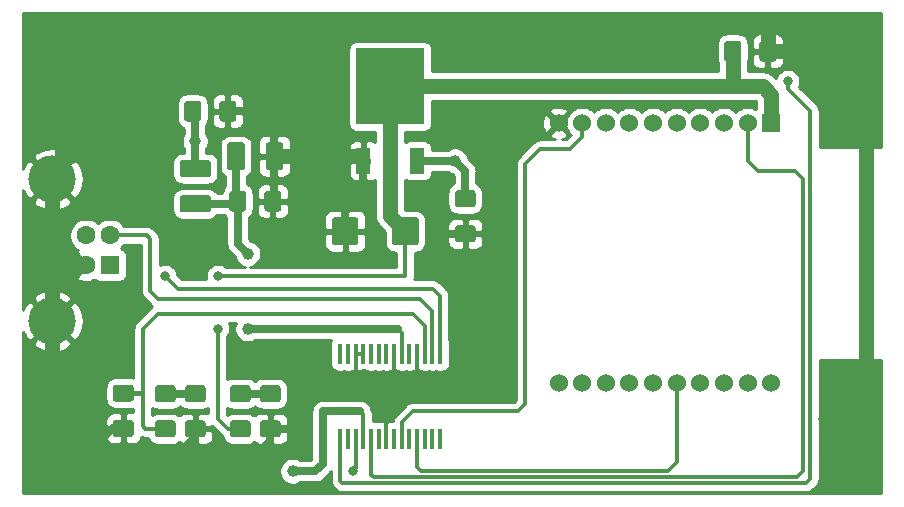
<source format=gbr>
G04 #@! TF.GenerationSoftware,KiCad,Pcbnew,5.1.5+dfsg1-2build2*
G04 #@! TF.CreationDate,2020-09-30T09:27:11+02:00*
G04 #@! TF.ProjectId,Adaptateur,41646170-7461-4746-9575-722e6b696361,rev?*
G04 #@! TF.SameCoordinates,Original*
G04 #@! TF.FileFunction,Copper,L1,Top*
G04 #@! TF.FilePolarity,Positive*
%FSLAX46Y46*%
G04 Gerber Fmt 4.6, Leading zero omitted, Abs format (unit mm)*
G04 Created by KiCad (PCBNEW 5.1.5+dfsg1-2build2) date 2020-09-30 09:27:11*
%MOMM*%
%LPD*%
G04 APERTURE LIST*
%ADD10C,0.100000*%
%ADD11R,1.600000X1.600000*%
%ADD12C,1.600000*%
%ADD13C,4.000000*%
%ADD14R,0.450000X1.750000*%
%ADD15C,1.524000*%
%ADD16R,1.524000X1.524000*%
%ADD17R,1.200000X2.200000*%
%ADD18R,5.800000X6.400000*%
%ADD19C,1.000000*%
%ADD20C,0.800000*%
%ADD21C,1.270000*%
%ADD22C,0.635000*%
%ADD23C,0.304800*%
%ADD24C,0.406400*%
%ADD25C,0.254000*%
G04 APERTURE END LIST*
G04 #@! TA.AperFunction,SMDPad,CuDef*
D10*
G36*
X121229504Y-73026204D02*
G01*
X121253773Y-73029804D01*
X121277571Y-73035765D01*
X121300671Y-73044030D01*
X121322849Y-73054520D01*
X121343893Y-73067133D01*
X121363598Y-73081747D01*
X121381777Y-73098223D01*
X121398253Y-73116402D01*
X121412867Y-73136107D01*
X121425480Y-73157151D01*
X121435970Y-73179329D01*
X121444235Y-73202429D01*
X121450196Y-73226227D01*
X121453796Y-73250496D01*
X121455000Y-73275000D01*
X121455000Y-74525000D01*
X121453796Y-74549504D01*
X121450196Y-74573773D01*
X121444235Y-74597571D01*
X121435970Y-74620671D01*
X121425480Y-74642849D01*
X121412867Y-74663893D01*
X121398253Y-74683598D01*
X121381777Y-74701777D01*
X121363598Y-74718253D01*
X121343893Y-74732867D01*
X121322849Y-74745480D01*
X121300671Y-74755970D01*
X121277571Y-74764235D01*
X121253773Y-74770196D01*
X121229504Y-74773796D01*
X121205000Y-74775000D01*
X120280000Y-74775000D01*
X120255496Y-74773796D01*
X120231227Y-74770196D01*
X120207429Y-74764235D01*
X120184329Y-74755970D01*
X120162151Y-74745480D01*
X120141107Y-74732867D01*
X120121402Y-74718253D01*
X120103223Y-74701777D01*
X120086747Y-74683598D01*
X120072133Y-74663893D01*
X120059520Y-74642849D01*
X120049030Y-74620671D01*
X120040765Y-74597571D01*
X120034804Y-74573773D01*
X120031204Y-74549504D01*
X120030000Y-74525000D01*
X120030000Y-73275000D01*
X120031204Y-73250496D01*
X120034804Y-73226227D01*
X120040765Y-73202429D01*
X120049030Y-73179329D01*
X120059520Y-73157151D01*
X120072133Y-73136107D01*
X120086747Y-73116402D01*
X120103223Y-73098223D01*
X120121402Y-73081747D01*
X120141107Y-73067133D01*
X120162151Y-73054520D01*
X120184329Y-73044030D01*
X120207429Y-73035765D01*
X120231227Y-73029804D01*
X120255496Y-73026204D01*
X120280000Y-73025000D01*
X121205000Y-73025000D01*
X121229504Y-73026204D01*
G37*
G04 #@! TD.AperFunction*
G04 #@! TA.AperFunction,SMDPad,CuDef*
G36*
X124204504Y-73026204D02*
G01*
X124228773Y-73029804D01*
X124252571Y-73035765D01*
X124275671Y-73044030D01*
X124297849Y-73054520D01*
X124318893Y-73067133D01*
X124338598Y-73081747D01*
X124356777Y-73098223D01*
X124373253Y-73116402D01*
X124387867Y-73136107D01*
X124400480Y-73157151D01*
X124410970Y-73179329D01*
X124419235Y-73202429D01*
X124425196Y-73226227D01*
X124428796Y-73250496D01*
X124430000Y-73275000D01*
X124430000Y-74525000D01*
X124428796Y-74549504D01*
X124425196Y-74573773D01*
X124419235Y-74597571D01*
X124410970Y-74620671D01*
X124400480Y-74642849D01*
X124387867Y-74663893D01*
X124373253Y-74683598D01*
X124356777Y-74701777D01*
X124338598Y-74718253D01*
X124318893Y-74732867D01*
X124297849Y-74745480D01*
X124275671Y-74755970D01*
X124252571Y-74764235D01*
X124228773Y-74770196D01*
X124204504Y-74773796D01*
X124180000Y-74775000D01*
X123255000Y-74775000D01*
X123230496Y-74773796D01*
X123206227Y-74770196D01*
X123182429Y-74764235D01*
X123159329Y-74755970D01*
X123137151Y-74745480D01*
X123116107Y-74732867D01*
X123096402Y-74718253D01*
X123078223Y-74701777D01*
X123061747Y-74683598D01*
X123047133Y-74663893D01*
X123034520Y-74642849D01*
X123024030Y-74620671D01*
X123015765Y-74597571D01*
X123009804Y-74573773D01*
X123006204Y-74549504D01*
X123005000Y-74525000D01*
X123005000Y-73275000D01*
X123006204Y-73250496D01*
X123009804Y-73226227D01*
X123015765Y-73202429D01*
X123024030Y-73179329D01*
X123034520Y-73157151D01*
X123047133Y-73136107D01*
X123061747Y-73116402D01*
X123078223Y-73098223D01*
X123096402Y-73081747D01*
X123116107Y-73067133D01*
X123137151Y-73054520D01*
X123159329Y-73044030D01*
X123182429Y-73035765D01*
X123206227Y-73029804D01*
X123230496Y-73026204D01*
X123255000Y-73025000D01*
X124180000Y-73025000D01*
X124204504Y-73026204D01*
G37*
G04 #@! TD.AperFunction*
G04 #@! TA.AperFunction,SMDPad,CuDef*
G36*
X98749504Y-85671204D02*
G01*
X98773773Y-85674804D01*
X98797571Y-85680765D01*
X98820671Y-85689030D01*
X98842849Y-85699520D01*
X98863893Y-85712133D01*
X98883598Y-85726747D01*
X98901777Y-85743223D01*
X98918253Y-85761402D01*
X98932867Y-85781107D01*
X98945480Y-85802151D01*
X98955970Y-85824329D01*
X98964235Y-85847429D01*
X98970196Y-85871227D01*
X98973796Y-85895496D01*
X98975000Y-85920000D01*
X98975000Y-86845000D01*
X98973796Y-86869504D01*
X98970196Y-86893773D01*
X98964235Y-86917571D01*
X98955970Y-86940671D01*
X98945480Y-86962849D01*
X98932867Y-86983893D01*
X98918253Y-87003598D01*
X98901777Y-87021777D01*
X98883598Y-87038253D01*
X98863893Y-87052867D01*
X98842849Y-87065480D01*
X98820671Y-87075970D01*
X98797571Y-87084235D01*
X98773773Y-87090196D01*
X98749504Y-87093796D01*
X98725000Y-87095000D01*
X97475000Y-87095000D01*
X97450496Y-87093796D01*
X97426227Y-87090196D01*
X97402429Y-87084235D01*
X97379329Y-87075970D01*
X97357151Y-87065480D01*
X97336107Y-87052867D01*
X97316402Y-87038253D01*
X97298223Y-87021777D01*
X97281747Y-87003598D01*
X97267133Y-86983893D01*
X97254520Y-86962849D01*
X97244030Y-86940671D01*
X97235765Y-86917571D01*
X97229804Y-86893773D01*
X97226204Y-86869504D01*
X97225000Y-86845000D01*
X97225000Y-85920000D01*
X97226204Y-85895496D01*
X97229804Y-85871227D01*
X97235765Y-85847429D01*
X97244030Y-85824329D01*
X97254520Y-85802151D01*
X97267133Y-85781107D01*
X97281747Y-85761402D01*
X97298223Y-85743223D01*
X97316402Y-85726747D01*
X97336107Y-85712133D01*
X97357151Y-85699520D01*
X97379329Y-85689030D01*
X97402429Y-85680765D01*
X97426227Y-85674804D01*
X97450496Y-85671204D01*
X97475000Y-85670000D01*
X98725000Y-85670000D01*
X98749504Y-85671204D01*
G37*
G04 #@! TD.AperFunction*
G04 #@! TA.AperFunction,SMDPad,CuDef*
G36*
X98749504Y-88646204D02*
G01*
X98773773Y-88649804D01*
X98797571Y-88655765D01*
X98820671Y-88664030D01*
X98842849Y-88674520D01*
X98863893Y-88687133D01*
X98883598Y-88701747D01*
X98901777Y-88718223D01*
X98918253Y-88736402D01*
X98932867Y-88756107D01*
X98945480Y-88777151D01*
X98955970Y-88799329D01*
X98964235Y-88822429D01*
X98970196Y-88846227D01*
X98973796Y-88870496D01*
X98975000Y-88895000D01*
X98975000Y-89820000D01*
X98973796Y-89844504D01*
X98970196Y-89868773D01*
X98964235Y-89892571D01*
X98955970Y-89915671D01*
X98945480Y-89937849D01*
X98932867Y-89958893D01*
X98918253Y-89978598D01*
X98901777Y-89996777D01*
X98883598Y-90013253D01*
X98863893Y-90027867D01*
X98842849Y-90040480D01*
X98820671Y-90050970D01*
X98797571Y-90059235D01*
X98773773Y-90065196D01*
X98749504Y-90068796D01*
X98725000Y-90070000D01*
X97475000Y-90070000D01*
X97450496Y-90068796D01*
X97426227Y-90065196D01*
X97402429Y-90059235D01*
X97379329Y-90050970D01*
X97357151Y-90040480D01*
X97336107Y-90027867D01*
X97316402Y-90013253D01*
X97298223Y-89996777D01*
X97281747Y-89978598D01*
X97267133Y-89958893D01*
X97254520Y-89937849D01*
X97244030Y-89915671D01*
X97235765Y-89892571D01*
X97229804Y-89868773D01*
X97226204Y-89844504D01*
X97225000Y-89820000D01*
X97225000Y-88895000D01*
X97226204Y-88870496D01*
X97229804Y-88846227D01*
X97235765Y-88822429D01*
X97244030Y-88799329D01*
X97254520Y-88777151D01*
X97267133Y-88756107D01*
X97281747Y-88736402D01*
X97298223Y-88718223D01*
X97316402Y-88701747D01*
X97336107Y-88687133D01*
X97357151Y-88674520D01*
X97379329Y-88664030D01*
X97402429Y-88655765D01*
X97426227Y-88649804D01*
X97450496Y-88646204D01*
X97475000Y-88645000D01*
X98725000Y-88645000D01*
X98749504Y-88646204D01*
G37*
G04 #@! TD.AperFunction*
G04 #@! TA.AperFunction,SMDPad,CuDef*
G36*
X82469504Y-81616204D02*
G01*
X82493773Y-81619804D01*
X82517571Y-81625765D01*
X82540671Y-81634030D01*
X82562849Y-81644520D01*
X82583893Y-81657133D01*
X82603598Y-81671747D01*
X82621777Y-81688223D01*
X82638253Y-81706402D01*
X82652867Y-81726107D01*
X82665480Y-81747151D01*
X82675970Y-81769329D01*
X82684235Y-81792429D01*
X82690196Y-81816227D01*
X82693796Y-81840496D01*
X82695000Y-81865000D01*
X82695000Y-83715000D01*
X82693796Y-83739504D01*
X82690196Y-83763773D01*
X82684235Y-83787571D01*
X82675970Y-83810671D01*
X82665480Y-83832849D01*
X82652867Y-83853893D01*
X82638253Y-83873598D01*
X82621777Y-83891777D01*
X82603598Y-83908253D01*
X82583893Y-83922867D01*
X82562849Y-83935480D01*
X82540671Y-83945970D01*
X82517571Y-83954235D01*
X82493773Y-83960196D01*
X82469504Y-83963796D01*
X82445000Y-83965000D01*
X81445000Y-83965000D01*
X81420496Y-83963796D01*
X81396227Y-83960196D01*
X81372429Y-83954235D01*
X81349329Y-83945970D01*
X81327151Y-83935480D01*
X81306107Y-83922867D01*
X81286402Y-83908253D01*
X81268223Y-83891777D01*
X81251747Y-83873598D01*
X81237133Y-83853893D01*
X81224520Y-83832849D01*
X81214030Y-83810671D01*
X81205765Y-83787571D01*
X81199804Y-83763773D01*
X81196204Y-83739504D01*
X81195000Y-83715000D01*
X81195000Y-81865000D01*
X81196204Y-81840496D01*
X81199804Y-81816227D01*
X81205765Y-81792429D01*
X81214030Y-81769329D01*
X81224520Y-81747151D01*
X81237133Y-81726107D01*
X81251747Y-81706402D01*
X81268223Y-81688223D01*
X81286402Y-81671747D01*
X81306107Y-81657133D01*
X81327151Y-81644520D01*
X81349329Y-81634030D01*
X81372429Y-81625765D01*
X81396227Y-81619804D01*
X81420496Y-81616204D01*
X81445000Y-81615000D01*
X82445000Y-81615000D01*
X82469504Y-81616204D01*
G37*
G04 #@! TD.AperFunction*
G04 #@! TA.AperFunction,SMDPad,CuDef*
G36*
X79219504Y-81616204D02*
G01*
X79243773Y-81619804D01*
X79267571Y-81625765D01*
X79290671Y-81634030D01*
X79312849Y-81644520D01*
X79333893Y-81657133D01*
X79353598Y-81671747D01*
X79371777Y-81688223D01*
X79388253Y-81706402D01*
X79402867Y-81726107D01*
X79415480Y-81747151D01*
X79425970Y-81769329D01*
X79434235Y-81792429D01*
X79440196Y-81816227D01*
X79443796Y-81840496D01*
X79445000Y-81865000D01*
X79445000Y-83715000D01*
X79443796Y-83739504D01*
X79440196Y-83763773D01*
X79434235Y-83787571D01*
X79425970Y-83810671D01*
X79415480Y-83832849D01*
X79402867Y-83853893D01*
X79388253Y-83873598D01*
X79371777Y-83891777D01*
X79353598Y-83908253D01*
X79333893Y-83922867D01*
X79312849Y-83935480D01*
X79290671Y-83945970D01*
X79267571Y-83954235D01*
X79243773Y-83960196D01*
X79219504Y-83963796D01*
X79195000Y-83965000D01*
X78195000Y-83965000D01*
X78170496Y-83963796D01*
X78146227Y-83960196D01*
X78122429Y-83954235D01*
X78099329Y-83945970D01*
X78077151Y-83935480D01*
X78056107Y-83922867D01*
X78036402Y-83908253D01*
X78018223Y-83891777D01*
X78001747Y-83873598D01*
X77987133Y-83853893D01*
X77974520Y-83832849D01*
X77964030Y-83810671D01*
X77955765Y-83787571D01*
X77949804Y-83763773D01*
X77946204Y-83739504D01*
X77945000Y-83715000D01*
X77945000Y-81865000D01*
X77946204Y-81840496D01*
X77949804Y-81816227D01*
X77955765Y-81792429D01*
X77964030Y-81769329D01*
X77974520Y-81747151D01*
X77987133Y-81726107D01*
X78001747Y-81706402D01*
X78018223Y-81688223D01*
X78036402Y-81671747D01*
X78056107Y-81657133D01*
X78077151Y-81644520D01*
X78099329Y-81634030D01*
X78122429Y-81625765D01*
X78146227Y-81619804D01*
X78170496Y-81616204D01*
X78195000Y-81615000D01*
X79195000Y-81615000D01*
X79219504Y-81616204D01*
G37*
G04 #@! TD.AperFunction*
G04 #@! TA.AperFunction,SMDPad,CuDef*
G36*
X78484504Y-78106204D02*
G01*
X78508773Y-78109804D01*
X78532571Y-78115765D01*
X78555671Y-78124030D01*
X78577849Y-78134520D01*
X78598893Y-78147133D01*
X78618598Y-78161747D01*
X78636777Y-78178223D01*
X78653253Y-78196402D01*
X78667867Y-78216107D01*
X78680480Y-78237151D01*
X78690970Y-78259329D01*
X78699235Y-78282429D01*
X78705196Y-78306227D01*
X78708796Y-78330496D01*
X78710000Y-78355000D01*
X78710000Y-79605000D01*
X78708796Y-79629504D01*
X78705196Y-79653773D01*
X78699235Y-79677571D01*
X78690970Y-79700671D01*
X78680480Y-79722849D01*
X78667867Y-79743893D01*
X78653253Y-79763598D01*
X78636777Y-79781777D01*
X78618598Y-79798253D01*
X78598893Y-79812867D01*
X78577849Y-79825480D01*
X78555671Y-79835970D01*
X78532571Y-79844235D01*
X78508773Y-79850196D01*
X78484504Y-79853796D01*
X78460000Y-79855000D01*
X77535000Y-79855000D01*
X77510496Y-79853796D01*
X77486227Y-79850196D01*
X77462429Y-79844235D01*
X77439329Y-79835970D01*
X77417151Y-79825480D01*
X77396107Y-79812867D01*
X77376402Y-79798253D01*
X77358223Y-79781777D01*
X77341747Y-79763598D01*
X77327133Y-79743893D01*
X77314520Y-79722849D01*
X77304030Y-79700671D01*
X77295765Y-79677571D01*
X77289804Y-79653773D01*
X77286204Y-79629504D01*
X77285000Y-79605000D01*
X77285000Y-78355000D01*
X77286204Y-78330496D01*
X77289804Y-78306227D01*
X77295765Y-78282429D01*
X77304030Y-78259329D01*
X77314520Y-78237151D01*
X77327133Y-78216107D01*
X77341747Y-78196402D01*
X77358223Y-78178223D01*
X77376402Y-78161747D01*
X77396107Y-78147133D01*
X77417151Y-78134520D01*
X77439329Y-78124030D01*
X77462429Y-78115765D01*
X77486227Y-78109804D01*
X77510496Y-78106204D01*
X77535000Y-78105000D01*
X78460000Y-78105000D01*
X78484504Y-78106204D01*
G37*
G04 #@! TD.AperFunction*
G04 #@! TA.AperFunction,SMDPad,CuDef*
G36*
X75509504Y-78106204D02*
G01*
X75533773Y-78109804D01*
X75557571Y-78115765D01*
X75580671Y-78124030D01*
X75602849Y-78134520D01*
X75623893Y-78147133D01*
X75643598Y-78161747D01*
X75661777Y-78178223D01*
X75678253Y-78196402D01*
X75692867Y-78216107D01*
X75705480Y-78237151D01*
X75715970Y-78259329D01*
X75724235Y-78282429D01*
X75730196Y-78306227D01*
X75733796Y-78330496D01*
X75735000Y-78355000D01*
X75735000Y-79605000D01*
X75733796Y-79629504D01*
X75730196Y-79653773D01*
X75724235Y-79677571D01*
X75715970Y-79700671D01*
X75705480Y-79722849D01*
X75692867Y-79743893D01*
X75678253Y-79763598D01*
X75661777Y-79781777D01*
X75643598Y-79798253D01*
X75623893Y-79812867D01*
X75602849Y-79825480D01*
X75580671Y-79835970D01*
X75557571Y-79844235D01*
X75533773Y-79850196D01*
X75509504Y-79853796D01*
X75485000Y-79855000D01*
X74560000Y-79855000D01*
X74535496Y-79853796D01*
X74511227Y-79850196D01*
X74487429Y-79844235D01*
X74464329Y-79835970D01*
X74442151Y-79825480D01*
X74421107Y-79812867D01*
X74401402Y-79798253D01*
X74383223Y-79781777D01*
X74366747Y-79763598D01*
X74352133Y-79743893D01*
X74339520Y-79722849D01*
X74329030Y-79700671D01*
X74320765Y-79677571D01*
X74314804Y-79653773D01*
X74311204Y-79629504D01*
X74310000Y-79605000D01*
X74310000Y-78355000D01*
X74311204Y-78330496D01*
X74314804Y-78306227D01*
X74320765Y-78282429D01*
X74329030Y-78259329D01*
X74339520Y-78237151D01*
X74352133Y-78216107D01*
X74366747Y-78196402D01*
X74383223Y-78178223D01*
X74401402Y-78161747D01*
X74421107Y-78147133D01*
X74442151Y-78134520D01*
X74464329Y-78124030D01*
X74487429Y-78115765D01*
X74511227Y-78109804D01*
X74535496Y-78106204D01*
X74560000Y-78105000D01*
X75485000Y-78105000D01*
X75509504Y-78106204D01*
G37*
G04 #@! TD.AperFunction*
G04 #@! TA.AperFunction,SMDPad,CuDef*
G36*
X82294504Y-85726204D02*
G01*
X82318773Y-85729804D01*
X82342571Y-85735765D01*
X82365671Y-85744030D01*
X82387849Y-85754520D01*
X82408893Y-85767133D01*
X82428598Y-85781747D01*
X82446777Y-85798223D01*
X82463253Y-85816402D01*
X82477867Y-85836107D01*
X82490480Y-85857151D01*
X82500970Y-85879329D01*
X82509235Y-85902429D01*
X82515196Y-85926227D01*
X82518796Y-85950496D01*
X82520000Y-85975000D01*
X82520000Y-87225000D01*
X82518796Y-87249504D01*
X82515196Y-87273773D01*
X82509235Y-87297571D01*
X82500970Y-87320671D01*
X82490480Y-87342849D01*
X82477867Y-87363893D01*
X82463253Y-87383598D01*
X82446777Y-87401777D01*
X82428598Y-87418253D01*
X82408893Y-87432867D01*
X82387849Y-87445480D01*
X82365671Y-87455970D01*
X82342571Y-87464235D01*
X82318773Y-87470196D01*
X82294504Y-87473796D01*
X82270000Y-87475000D01*
X81345000Y-87475000D01*
X81320496Y-87473796D01*
X81296227Y-87470196D01*
X81272429Y-87464235D01*
X81249329Y-87455970D01*
X81227151Y-87445480D01*
X81206107Y-87432867D01*
X81186402Y-87418253D01*
X81168223Y-87401777D01*
X81151747Y-87383598D01*
X81137133Y-87363893D01*
X81124520Y-87342849D01*
X81114030Y-87320671D01*
X81105765Y-87297571D01*
X81099804Y-87273773D01*
X81096204Y-87249504D01*
X81095000Y-87225000D01*
X81095000Y-85975000D01*
X81096204Y-85950496D01*
X81099804Y-85926227D01*
X81105765Y-85902429D01*
X81114030Y-85879329D01*
X81124520Y-85857151D01*
X81137133Y-85836107D01*
X81151747Y-85816402D01*
X81168223Y-85798223D01*
X81186402Y-85781747D01*
X81206107Y-85767133D01*
X81227151Y-85754520D01*
X81249329Y-85744030D01*
X81272429Y-85735765D01*
X81296227Y-85729804D01*
X81320496Y-85726204D01*
X81345000Y-85725000D01*
X82270000Y-85725000D01*
X82294504Y-85726204D01*
G37*
G04 #@! TD.AperFunction*
G04 #@! TA.AperFunction,SMDPad,CuDef*
G36*
X79319504Y-85726204D02*
G01*
X79343773Y-85729804D01*
X79367571Y-85735765D01*
X79390671Y-85744030D01*
X79412849Y-85754520D01*
X79433893Y-85767133D01*
X79453598Y-85781747D01*
X79471777Y-85798223D01*
X79488253Y-85816402D01*
X79502867Y-85836107D01*
X79515480Y-85857151D01*
X79525970Y-85879329D01*
X79534235Y-85902429D01*
X79540196Y-85926227D01*
X79543796Y-85950496D01*
X79545000Y-85975000D01*
X79545000Y-87225000D01*
X79543796Y-87249504D01*
X79540196Y-87273773D01*
X79534235Y-87297571D01*
X79525970Y-87320671D01*
X79515480Y-87342849D01*
X79502867Y-87363893D01*
X79488253Y-87383598D01*
X79471777Y-87401777D01*
X79453598Y-87418253D01*
X79433893Y-87432867D01*
X79412849Y-87445480D01*
X79390671Y-87455970D01*
X79367571Y-87464235D01*
X79343773Y-87470196D01*
X79319504Y-87473796D01*
X79295000Y-87475000D01*
X78370000Y-87475000D01*
X78345496Y-87473796D01*
X78321227Y-87470196D01*
X78297429Y-87464235D01*
X78274329Y-87455970D01*
X78252151Y-87445480D01*
X78231107Y-87432867D01*
X78211402Y-87418253D01*
X78193223Y-87401777D01*
X78176747Y-87383598D01*
X78162133Y-87363893D01*
X78149520Y-87342849D01*
X78139030Y-87320671D01*
X78130765Y-87297571D01*
X78124804Y-87273773D01*
X78121204Y-87249504D01*
X78120000Y-87225000D01*
X78120000Y-85975000D01*
X78121204Y-85950496D01*
X78124804Y-85926227D01*
X78130765Y-85902429D01*
X78139030Y-85879329D01*
X78149520Y-85857151D01*
X78162133Y-85836107D01*
X78176747Y-85816402D01*
X78193223Y-85798223D01*
X78211402Y-85781747D01*
X78231107Y-85767133D01*
X78252151Y-85754520D01*
X78274329Y-85744030D01*
X78297429Y-85735765D01*
X78321227Y-85729804D01*
X78345496Y-85726204D01*
X78370000Y-85725000D01*
X79295000Y-85725000D01*
X79319504Y-85726204D01*
G37*
G04 #@! TD.AperFunction*
D11*
X68000000Y-92000000D03*
D12*
X68000000Y-89500000D03*
X66000000Y-89500000D03*
X66000000Y-92000000D03*
D13*
X63140000Y-84750000D03*
X63140000Y-96750000D03*
D14*
X87525000Y-106710000D03*
X88175000Y-106710000D03*
X88825000Y-106710000D03*
X89475000Y-106710000D03*
X90125000Y-106710000D03*
X90775000Y-106710000D03*
X91425000Y-106710000D03*
X92075000Y-106710000D03*
X92725000Y-106710000D03*
X93375000Y-106710000D03*
X94025000Y-106710000D03*
X94675000Y-106710000D03*
X95325000Y-106710000D03*
X95975000Y-106710000D03*
X95975000Y-99510000D03*
X95325000Y-99510000D03*
X94675000Y-99510000D03*
X94025000Y-99510000D03*
X93375000Y-99510000D03*
X92725000Y-99510000D03*
X92075000Y-99510000D03*
X91425000Y-99510000D03*
X90775000Y-99510000D03*
X90125000Y-99510000D03*
X89475000Y-99510000D03*
X88825000Y-99510000D03*
X88175000Y-99510000D03*
X87525000Y-99510000D03*
D15*
X118000000Y-80000000D03*
X118000000Y-102000000D03*
X120000000Y-80000000D03*
X122000000Y-80000000D03*
D16*
X124000000Y-80000000D03*
D15*
X120000000Y-102000000D03*
X122000000Y-102000000D03*
X124000000Y-102000000D03*
X116000000Y-102000000D03*
X114000000Y-102000000D03*
X112000000Y-102000000D03*
X110000000Y-102000000D03*
X108000000Y-102000000D03*
X106000000Y-102000000D03*
X116000000Y-80000000D03*
X114000000Y-80000000D03*
X112000000Y-80000000D03*
X110000000Y-80000000D03*
X108000000Y-80000000D03*
X106000000Y-80000000D03*
G04 #@! TA.AperFunction,SMDPad,CuDef*
D10*
G36*
X93929505Y-87966204D02*
G01*
X93953773Y-87969804D01*
X93977572Y-87975765D01*
X94000671Y-87984030D01*
X94022850Y-87994520D01*
X94043893Y-88007132D01*
X94063599Y-88021747D01*
X94081777Y-88038223D01*
X94098253Y-88056401D01*
X94112868Y-88076107D01*
X94125480Y-88097150D01*
X94135970Y-88119329D01*
X94144235Y-88142428D01*
X94150196Y-88166227D01*
X94153796Y-88190495D01*
X94155000Y-88214999D01*
X94155000Y-90065001D01*
X94153796Y-90089505D01*
X94150196Y-90113773D01*
X94144235Y-90137572D01*
X94135970Y-90160671D01*
X94125480Y-90182850D01*
X94112868Y-90203893D01*
X94098253Y-90223599D01*
X94081777Y-90241777D01*
X94063599Y-90258253D01*
X94043893Y-90272868D01*
X94022850Y-90285480D01*
X94000671Y-90295970D01*
X93977572Y-90304235D01*
X93953773Y-90310196D01*
X93929505Y-90313796D01*
X93905001Y-90315000D01*
X92154999Y-90315000D01*
X92130495Y-90313796D01*
X92106227Y-90310196D01*
X92082428Y-90304235D01*
X92059329Y-90295970D01*
X92037150Y-90285480D01*
X92016107Y-90272868D01*
X91996401Y-90258253D01*
X91978223Y-90241777D01*
X91961747Y-90223599D01*
X91947132Y-90203893D01*
X91934520Y-90182850D01*
X91924030Y-90160671D01*
X91915765Y-90137572D01*
X91909804Y-90113773D01*
X91906204Y-90089505D01*
X91905000Y-90065001D01*
X91905000Y-88214999D01*
X91906204Y-88190495D01*
X91909804Y-88166227D01*
X91915765Y-88142428D01*
X91924030Y-88119329D01*
X91934520Y-88097150D01*
X91947132Y-88076107D01*
X91961747Y-88056401D01*
X91978223Y-88038223D01*
X91996401Y-88021747D01*
X92016107Y-88007132D01*
X92037150Y-87994520D01*
X92059329Y-87984030D01*
X92082428Y-87975765D01*
X92106227Y-87969804D01*
X92130495Y-87966204D01*
X92154999Y-87965000D01*
X93905001Y-87965000D01*
X93929505Y-87966204D01*
G37*
G04 #@! TD.AperFunction*
G04 #@! TA.AperFunction,SMDPad,CuDef*
G36*
X88829505Y-87966204D02*
G01*
X88853773Y-87969804D01*
X88877572Y-87975765D01*
X88900671Y-87984030D01*
X88922850Y-87994520D01*
X88943893Y-88007132D01*
X88963599Y-88021747D01*
X88981777Y-88038223D01*
X88998253Y-88056401D01*
X89012868Y-88076107D01*
X89025480Y-88097150D01*
X89035970Y-88119329D01*
X89044235Y-88142428D01*
X89050196Y-88166227D01*
X89053796Y-88190495D01*
X89055000Y-88214999D01*
X89055000Y-90065001D01*
X89053796Y-90089505D01*
X89050196Y-90113773D01*
X89044235Y-90137572D01*
X89035970Y-90160671D01*
X89025480Y-90182850D01*
X89012868Y-90203893D01*
X88998253Y-90223599D01*
X88981777Y-90241777D01*
X88963599Y-90258253D01*
X88943893Y-90272868D01*
X88922850Y-90285480D01*
X88900671Y-90295970D01*
X88877572Y-90304235D01*
X88853773Y-90310196D01*
X88829505Y-90313796D01*
X88805001Y-90315000D01*
X87054999Y-90315000D01*
X87030495Y-90313796D01*
X87006227Y-90310196D01*
X86982428Y-90304235D01*
X86959329Y-90295970D01*
X86937150Y-90285480D01*
X86916107Y-90272868D01*
X86896401Y-90258253D01*
X86878223Y-90241777D01*
X86861747Y-90223599D01*
X86847132Y-90203893D01*
X86834520Y-90182850D01*
X86824030Y-90160671D01*
X86815765Y-90137572D01*
X86809804Y-90113773D01*
X86806204Y-90089505D01*
X86805000Y-90065001D01*
X86805000Y-88214999D01*
X86806204Y-88190495D01*
X86809804Y-88166227D01*
X86815765Y-88142428D01*
X86824030Y-88119329D01*
X86834520Y-88097150D01*
X86847132Y-88076107D01*
X86861747Y-88056401D01*
X86878223Y-88038223D01*
X86896401Y-88021747D01*
X86916107Y-88007132D01*
X86937150Y-87994520D01*
X86959329Y-87984030D01*
X86982428Y-87975765D01*
X87006227Y-87969804D01*
X87030495Y-87966204D01*
X87054999Y-87965000D01*
X88805001Y-87965000D01*
X88829505Y-87966204D01*
G37*
G04 #@! TD.AperFunction*
G04 #@! TA.AperFunction,SMDPad,CuDef*
G36*
X73349504Y-102181204D02*
G01*
X73373773Y-102184804D01*
X73397571Y-102190765D01*
X73420671Y-102199030D01*
X73442849Y-102209520D01*
X73463893Y-102222133D01*
X73483598Y-102236747D01*
X73501777Y-102253223D01*
X73518253Y-102271402D01*
X73532867Y-102291107D01*
X73545480Y-102312151D01*
X73555970Y-102334329D01*
X73564235Y-102357429D01*
X73570196Y-102381227D01*
X73573796Y-102405496D01*
X73575000Y-102430000D01*
X73575000Y-103355000D01*
X73573796Y-103379504D01*
X73570196Y-103403773D01*
X73564235Y-103427571D01*
X73555970Y-103450671D01*
X73545480Y-103472849D01*
X73532867Y-103493893D01*
X73518253Y-103513598D01*
X73501777Y-103531777D01*
X73483598Y-103548253D01*
X73463893Y-103562867D01*
X73442849Y-103575480D01*
X73420671Y-103585970D01*
X73397571Y-103594235D01*
X73373773Y-103600196D01*
X73349504Y-103603796D01*
X73325000Y-103605000D01*
X72075000Y-103605000D01*
X72050496Y-103603796D01*
X72026227Y-103600196D01*
X72002429Y-103594235D01*
X71979329Y-103585970D01*
X71957151Y-103575480D01*
X71936107Y-103562867D01*
X71916402Y-103548253D01*
X71898223Y-103531777D01*
X71881747Y-103513598D01*
X71867133Y-103493893D01*
X71854520Y-103472849D01*
X71844030Y-103450671D01*
X71835765Y-103427571D01*
X71829804Y-103403773D01*
X71826204Y-103379504D01*
X71825000Y-103355000D01*
X71825000Y-102430000D01*
X71826204Y-102405496D01*
X71829804Y-102381227D01*
X71835765Y-102357429D01*
X71844030Y-102334329D01*
X71854520Y-102312151D01*
X71867133Y-102291107D01*
X71881747Y-102271402D01*
X71898223Y-102253223D01*
X71916402Y-102236747D01*
X71936107Y-102222133D01*
X71957151Y-102209520D01*
X71979329Y-102199030D01*
X72002429Y-102190765D01*
X72026227Y-102184804D01*
X72050496Y-102181204D01*
X72075000Y-102180000D01*
X73325000Y-102180000D01*
X73349504Y-102181204D01*
G37*
G04 #@! TD.AperFunction*
G04 #@! TA.AperFunction,SMDPad,CuDef*
G36*
X73349504Y-105156204D02*
G01*
X73373773Y-105159804D01*
X73397571Y-105165765D01*
X73420671Y-105174030D01*
X73442849Y-105184520D01*
X73463893Y-105197133D01*
X73483598Y-105211747D01*
X73501777Y-105228223D01*
X73518253Y-105246402D01*
X73532867Y-105266107D01*
X73545480Y-105287151D01*
X73555970Y-105309329D01*
X73564235Y-105332429D01*
X73570196Y-105356227D01*
X73573796Y-105380496D01*
X73575000Y-105405000D01*
X73575000Y-106330000D01*
X73573796Y-106354504D01*
X73570196Y-106378773D01*
X73564235Y-106402571D01*
X73555970Y-106425671D01*
X73545480Y-106447849D01*
X73532867Y-106468893D01*
X73518253Y-106488598D01*
X73501777Y-106506777D01*
X73483598Y-106523253D01*
X73463893Y-106537867D01*
X73442849Y-106550480D01*
X73420671Y-106560970D01*
X73397571Y-106569235D01*
X73373773Y-106575196D01*
X73349504Y-106578796D01*
X73325000Y-106580000D01*
X72075000Y-106580000D01*
X72050496Y-106578796D01*
X72026227Y-106575196D01*
X72002429Y-106569235D01*
X71979329Y-106560970D01*
X71957151Y-106550480D01*
X71936107Y-106537867D01*
X71916402Y-106523253D01*
X71898223Y-106506777D01*
X71881747Y-106488598D01*
X71867133Y-106468893D01*
X71854520Y-106447849D01*
X71844030Y-106425671D01*
X71835765Y-106402571D01*
X71829804Y-106378773D01*
X71826204Y-106354504D01*
X71825000Y-106330000D01*
X71825000Y-105405000D01*
X71826204Y-105380496D01*
X71829804Y-105356227D01*
X71835765Y-105332429D01*
X71844030Y-105309329D01*
X71854520Y-105287151D01*
X71867133Y-105266107D01*
X71881747Y-105246402D01*
X71898223Y-105228223D01*
X71916402Y-105211747D01*
X71936107Y-105197133D01*
X71957151Y-105184520D01*
X71979329Y-105174030D01*
X72002429Y-105165765D01*
X72026227Y-105159804D01*
X72050496Y-105156204D01*
X72075000Y-105155000D01*
X73325000Y-105155000D01*
X73349504Y-105156204D01*
G37*
G04 #@! TD.AperFunction*
G04 #@! TA.AperFunction,SMDPad,CuDef*
G36*
X79699504Y-105156204D02*
G01*
X79723773Y-105159804D01*
X79747571Y-105165765D01*
X79770671Y-105174030D01*
X79792849Y-105184520D01*
X79813893Y-105197133D01*
X79833598Y-105211747D01*
X79851777Y-105228223D01*
X79868253Y-105246402D01*
X79882867Y-105266107D01*
X79895480Y-105287151D01*
X79905970Y-105309329D01*
X79914235Y-105332429D01*
X79920196Y-105356227D01*
X79923796Y-105380496D01*
X79925000Y-105405000D01*
X79925000Y-106330000D01*
X79923796Y-106354504D01*
X79920196Y-106378773D01*
X79914235Y-106402571D01*
X79905970Y-106425671D01*
X79895480Y-106447849D01*
X79882867Y-106468893D01*
X79868253Y-106488598D01*
X79851777Y-106506777D01*
X79833598Y-106523253D01*
X79813893Y-106537867D01*
X79792849Y-106550480D01*
X79770671Y-106560970D01*
X79747571Y-106569235D01*
X79723773Y-106575196D01*
X79699504Y-106578796D01*
X79675000Y-106580000D01*
X78425000Y-106580000D01*
X78400496Y-106578796D01*
X78376227Y-106575196D01*
X78352429Y-106569235D01*
X78329329Y-106560970D01*
X78307151Y-106550480D01*
X78286107Y-106537867D01*
X78266402Y-106523253D01*
X78248223Y-106506777D01*
X78231747Y-106488598D01*
X78217133Y-106468893D01*
X78204520Y-106447849D01*
X78194030Y-106425671D01*
X78185765Y-106402571D01*
X78179804Y-106378773D01*
X78176204Y-106354504D01*
X78175000Y-106330000D01*
X78175000Y-105405000D01*
X78176204Y-105380496D01*
X78179804Y-105356227D01*
X78185765Y-105332429D01*
X78194030Y-105309329D01*
X78204520Y-105287151D01*
X78217133Y-105266107D01*
X78231747Y-105246402D01*
X78248223Y-105228223D01*
X78266402Y-105211747D01*
X78286107Y-105197133D01*
X78307151Y-105184520D01*
X78329329Y-105174030D01*
X78352429Y-105165765D01*
X78376227Y-105159804D01*
X78400496Y-105156204D01*
X78425000Y-105155000D01*
X79675000Y-105155000D01*
X79699504Y-105156204D01*
G37*
G04 #@! TD.AperFunction*
G04 #@! TA.AperFunction,SMDPad,CuDef*
G36*
X79699504Y-102181204D02*
G01*
X79723773Y-102184804D01*
X79747571Y-102190765D01*
X79770671Y-102199030D01*
X79792849Y-102209520D01*
X79813893Y-102222133D01*
X79833598Y-102236747D01*
X79851777Y-102253223D01*
X79868253Y-102271402D01*
X79882867Y-102291107D01*
X79895480Y-102312151D01*
X79905970Y-102334329D01*
X79914235Y-102357429D01*
X79920196Y-102381227D01*
X79923796Y-102405496D01*
X79925000Y-102430000D01*
X79925000Y-103355000D01*
X79923796Y-103379504D01*
X79920196Y-103403773D01*
X79914235Y-103427571D01*
X79905970Y-103450671D01*
X79895480Y-103472849D01*
X79882867Y-103493893D01*
X79868253Y-103513598D01*
X79851777Y-103531777D01*
X79833598Y-103548253D01*
X79813893Y-103562867D01*
X79792849Y-103575480D01*
X79770671Y-103585970D01*
X79747571Y-103594235D01*
X79723773Y-103600196D01*
X79699504Y-103603796D01*
X79675000Y-103605000D01*
X78425000Y-103605000D01*
X78400496Y-103603796D01*
X78376227Y-103600196D01*
X78352429Y-103594235D01*
X78329329Y-103585970D01*
X78307151Y-103575480D01*
X78286107Y-103562867D01*
X78266402Y-103548253D01*
X78248223Y-103531777D01*
X78231747Y-103513598D01*
X78217133Y-103493893D01*
X78204520Y-103472849D01*
X78194030Y-103450671D01*
X78185765Y-103427571D01*
X78179804Y-103403773D01*
X78176204Y-103379504D01*
X78175000Y-103355000D01*
X78175000Y-102430000D01*
X78176204Y-102405496D01*
X78179804Y-102381227D01*
X78185765Y-102357429D01*
X78194030Y-102334329D01*
X78204520Y-102312151D01*
X78217133Y-102291107D01*
X78231747Y-102271402D01*
X78248223Y-102253223D01*
X78266402Y-102236747D01*
X78286107Y-102222133D01*
X78307151Y-102209520D01*
X78329329Y-102199030D01*
X78352429Y-102190765D01*
X78376227Y-102184804D01*
X78400496Y-102181204D01*
X78425000Y-102180000D01*
X79675000Y-102180000D01*
X79699504Y-102181204D01*
G37*
G04 #@! TD.AperFunction*
G04 #@! TA.AperFunction,SMDPad,CuDef*
G36*
X76339504Y-83131204D02*
G01*
X76363773Y-83134804D01*
X76387571Y-83140765D01*
X76410671Y-83149030D01*
X76432849Y-83159520D01*
X76453893Y-83172133D01*
X76473598Y-83186747D01*
X76491777Y-83203223D01*
X76508253Y-83221402D01*
X76522867Y-83241107D01*
X76535480Y-83262151D01*
X76545970Y-83284329D01*
X76554235Y-83307429D01*
X76560196Y-83331227D01*
X76563796Y-83355496D01*
X76565000Y-83380000D01*
X76565000Y-84305000D01*
X76563796Y-84329504D01*
X76560196Y-84353773D01*
X76554235Y-84377571D01*
X76545970Y-84400671D01*
X76535480Y-84422849D01*
X76522867Y-84443893D01*
X76508253Y-84463598D01*
X76491777Y-84481777D01*
X76473598Y-84498253D01*
X76453893Y-84512867D01*
X76432849Y-84525480D01*
X76410671Y-84535970D01*
X76387571Y-84544235D01*
X76363773Y-84550196D01*
X76339504Y-84553796D01*
X76315000Y-84555000D01*
X74165000Y-84555000D01*
X74140496Y-84553796D01*
X74116227Y-84550196D01*
X74092429Y-84544235D01*
X74069329Y-84535970D01*
X74047151Y-84525480D01*
X74026107Y-84512867D01*
X74006402Y-84498253D01*
X73988223Y-84481777D01*
X73971747Y-84463598D01*
X73957133Y-84443893D01*
X73944520Y-84422849D01*
X73934030Y-84400671D01*
X73925765Y-84377571D01*
X73919804Y-84353773D01*
X73916204Y-84329504D01*
X73915000Y-84305000D01*
X73915000Y-83380000D01*
X73916204Y-83355496D01*
X73919804Y-83331227D01*
X73925765Y-83307429D01*
X73934030Y-83284329D01*
X73944520Y-83262151D01*
X73957133Y-83241107D01*
X73971747Y-83221402D01*
X73988223Y-83203223D01*
X74006402Y-83186747D01*
X74026107Y-83172133D01*
X74047151Y-83159520D01*
X74069329Y-83149030D01*
X74092429Y-83140765D01*
X74116227Y-83134804D01*
X74140496Y-83131204D01*
X74165000Y-83130000D01*
X76315000Y-83130000D01*
X76339504Y-83131204D01*
G37*
G04 #@! TD.AperFunction*
G04 #@! TA.AperFunction,SMDPad,CuDef*
G36*
X76339504Y-86106204D02*
G01*
X76363773Y-86109804D01*
X76387571Y-86115765D01*
X76410671Y-86124030D01*
X76432849Y-86134520D01*
X76453893Y-86147133D01*
X76473598Y-86161747D01*
X76491777Y-86178223D01*
X76508253Y-86196402D01*
X76522867Y-86216107D01*
X76535480Y-86237151D01*
X76545970Y-86259329D01*
X76554235Y-86282429D01*
X76560196Y-86306227D01*
X76563796Y-86330496D01*
X76565000Y-86355000D01*
X76565000Y-87280000D01*
X76563796Y-87304504D01*
X76560196Y-87328773D01*
X76554235Y-87352571D01*
X76545970Y-87375671D01*
X76535480Y-87397849D01*
X76522867Y-87418893D01*
X76508253Y-87438598D01*
X76491777Y-87456777D01*
X76473598Y-87473253D01*
X76453893Y-87487867D01*
X76432849Y-87500480D01*
X76410671Y-87510970D01*
X76387571Y-87519235D01*
X76363773Y-87525196D01*
X76339504Y-87528796D01*
X76315000Y-87530000D01*
X74165000Y-87530000D01*
X74140496Y-87528796D01*
X74116227Y-87525196D01*
X74092429Y-87519235D01*
X74069329Y-87510970D01*
X74047151Y-87500480D01*
X74026107Y-87487867D01*
X74006402Y-87473253D01*
X73988223Y-87456777D01*
X73971747Y-87438598D01*
X73957133Y-87418893D01*
X73944520Y-87397849D01*
X73934030Y-87375671D01*
X73925765Y-87352571D01*
X73919804Y-87328773D01*
X73916204Y-87304504D01*
X73915000Y-87280000D01*
X73915000Y-86355000D01*
X73916204Y-86330496D01*
X73919804Y-86306227D01*
X73925765Y-86282429D01*
X73934030Y-86259329D01*
X73944520Y-86237151D01*
X73957133Y-86216107D01*
X73971747Y-86196402D01*
X73988223Y-86178223D01*
X74006402Y-86161747D01*
X74026107Y-86147133D01*
X74047151Y-86134520D01*
X74069329Y-86124030D01*
X74092429Y-86115765D01*
X74116227Y-86109804D01*
X74140496Y-86106204D01*
X74165000Y-86105000D01*
X76315000Y-86105000D01*
X76339504Y-86106204D01*
G37*
G04 #@! TD.AperFunction*
G04 #@! TA.AperFunction,SMDPad,CuDef*
G36*
X75889504Y-102181204D02*
G01*
X75913773Y-102184804D01*
X75937571Y-102190765D01*
X75960671Y-102199030D01*
X75982849Y-102209520D01*
X76003893Y-102222133D01*
X76023598Y-102236747D01*
X76041777Y-102253223D01*
X76058253Y-102271402D01*
X76072867Y-102291107D01*
X76085480Y-102312151D01*
X76095970Y-102334329D01*
X76104235Y-102357429D01*
X76110196Y-102381227D01*
X76113796Y-102405496D01*
X76115000Y-102430000D01*
X76115000Y-103355000D01*
X76113796Y-103379504D01*
X76110196Y-103403773D01*
X76104235Y-103427571D01*
X76095970Y-103450671D01*
X76085480Y-103472849D01*
X76072867Y-103493893D01*
X76058253Y-103513598D01*
X76041777Y-103531777D01*
X76023598Y-103548253D01*
X76003893Y-103562867D01*
X75982849Y-103575480D01*
X75960671Y-103585970D01*
X75937571Y-103594235D01*
X75913773Y-103600196D01*
X75889504Y-103603796D01*
X75865000Y-103605000D01*
X74615000Y-103605000D01*
X74590496Y-103603796D01*
X74566227Y-103600196D01*
X74542429Y-103594235D01*
X74519329Y-103585970D01*
X74497151Y-103575480D01*
X74476107Y-103562867D01*
X74456402Y-103548253D01*
X74438223Y-103531777D01*
X74421747Y-103513598D01*
X74407133Y-103493893D01*
X74394520Y-103472849D01*
X74384030Y-103450671D01*
X74375765Y-103427571D01*
X74369804Y-103403773D01*
X74366204Y-103379504D01*
X74365000Y-103355000D01*
X74365000Y-102430000D01*
X74366204Y-102405496D01*
X74369804Y-102381227D01*
X74375765Y-102357429D01*
X74384030Y-102334329D01*
X74394520Y-102312151D01*
X74407133Y-102291107D01*
X74421747Y-102271402D01*
X74438223Y-102253223D01*
X74456402Y-102236747D01*
X74476107Y-102222133D01*
X74497151Y-102209520D01*
X74519329Y-102199030D01*
X74542429Y-102190765D01*
X74566227Y-102184804D01*
X74590496Y-102181204D01*
X74615000Y-102180000D01*
X75865000Y-102180000D01*
X75889504Y-102181204D01*
G37*
G04 #@! TD.AperFunction*
G04 #@! TA.AperFunction,SMDPad,CuDef*
G36*
X75889504Y-105156204D02*
G01*
X75913773Y-105159804D01*
X75937571Y-105165765D01*
X75960671Y-105174030D01*
X75982849Y-105184520D01*
X76003893Y-105197133D01*
X76023598Y-105211747D01*
X76041777Y-105228223D01*
X76058253Y-105246402D01*
X76072867Y-105266107D01*
X76085480Y-105287151D01*
X76095970Y-105309329D01*
X76104235Y-105332429D01*
X76110196Y-105356227D01*
X76113796Y-105380496D01*
X76115000Y-105405000D01*
X76115000Y-106330000D01*
X76113796Y-106354504D01*
X76110196Y-106378773D01*
X76104235Y-106402571D01*
X76095970Y-106425671D01*
X76085480Y-106447849D01*
X76072867Y-106468893D01*
X76058253Y-106488598D01*
X76041777Y-106506777D01*
X76023598Y-106523253D01*
X76003893Y-106537867D01*
X75982849Y-106550480D01*
X75960671Y-106560970D01*
X75937571Y-106569235D01*
X75913773Y-106575196D01*
X75889504Y-106578796D01*
X75865000Y-106580000D01*
X74615000Y-106580000D01*
X74590496Y-106578796D01*
X74566227Y-106575196D01*
X74542429Y-106569235D01*
X74519329Y-106560970D01*
X74497151Y-106550480D01*
X74476107Y-106537867D01*
X74456402Y-106523253D01*
X74438223Y-106506777D01*
X74421747Y-106488598D01*
X74407133Y-106468893D01*
X74394520Y-106447849D01*
X74384030Y-106425671D01*
X74375765Y-106402571D01*
X74369804Y-106378773D01*
X74366204Y-106354504D01*
X74365000Y-106330000D01*
X74365000Y-105405000D01*
X74366204Y-105380496D01*
X74369804Y-105356227D01*
X74375765Y-105332429D01*
X74384030Y-105309329D01*
X74394520Y-105287151D01*
X74407133Y-105266107D01*
X74421747Y-105246402D01*
X74438223Y-105228223D01*
X74456402Y-105211747D01*
X74476107Y-105197133D01*
X74497151Y-105184520D01*
X74519329Y-105174030D01*
X74542429Y-105165765D01*
X74566227Y-105159804D01*
X74590496Y-105156204D01*
X74615000Y-105155000D01*
X75865000Y-105155000D01*
X75889504Y-105156204D01*
G37*
G04 #@! TD.AperFunction*
G04 #@! TA.AperFunction,SMDPad,CuDef*
G36*
X82239504Y-105156204D02*
G01*
X82263773Y-105159804D01*
X82287571Y-105165765D01*
X82310671Y-105174030D01*
X82332849Y-105184520D01*
X82353893Y-105197133D01*
X82373598Y-105211747D01*
X82391777Y-105228223D01*
X82408253Y-105246402D01*
X82422867Y-105266107D01*
X82435480Y-105287151D01*
X82445970Y-105309329D01*
X82454235Y-105332429D01*
X82460196Y-105356227D01*
X82463796Y-105380496D01*
X82465000Y-105405000D01*
X82465000Y-106330000D01*
X82463796Y-106354504D01*
X82460196Y-106378773D01*
X82454235Y-106402571D01*
X82445970Y-106425671D01*
X82435480Y-106447849D01*
X82422867Y-106468893D01*
X82408253Y-106488598D01*
X82391777Y-106506777D01*
X82373598Y-106523253D01*
X82353893Y-106537867D01*
X82332849Y-106550480D01*
X82310671Y-106560970D01*
X82287571Y-106569235D01*
X82263773Y-106575196D01*
X82239504Y-106578796D01*
X82215000Y-106580000D01*
X80965000Y-106580000D01*
X80940496Y-106578796D01*
X80916227Y-106575196D01*
X80892429Y-106569235D01*
X80869329Y-106560970D01*
X80847151Y-106550480D01*
X80826107Y-106537867D01*
X80806402Y-106523253D01*
X80788223Y-106506777D01*
X80771747Y-106488598D01*
X80757133Y-106468893D01*
X80744520Y-106447849D01*
X80734030Y-106425671D01*
X80725765Y-106402571D01*
X80719804Y-106378773D01*
X80716204Y-106354504D01*
X80715000Y-106330000D01*
X80715000Y-105405000D01*
X80716204Y-105380496D01*
X80719804Y-105356227D01*
X80725765Y-105332429D01*
X80734030Y-105309329D01*
X80744520Y-105287151D01*
X80757133Y-105266107D01*
X80771747Y-105246402D01*
X80788223Y-105228223D01*
X80806402Y-105211747D01*
X80826107Y-105197133D01*
X80847151Y-105184520D01*
X80869329Y-105174030D01*
X80892429Y-105165765D01*
X80916227Y-105159804D01*
X80940496Y-105156204D01*
X80965000Y-105155000D01*
X82215000Y-105155000D01*
X82239504Y-105156204D01*
G37*
G04 #@! TD.AperFunction*
G04 #@! TA.AperFunction,SMDPad,CuDef*
G36*
X82239504Y-102181204D02*
G01*
X82263773Y-102184804D01*
X82287571Y-102190765D01*
X82310671Y-102199030D01*
X82332849Y-102209520D01*
X82353893Y-102222133D01*
X82373598Y-102236747D01*
X82391777Y-102253223D01*
X82408253Y-102271402D01*
X82422867Y-102291107D01*
X82435480Y-102312151D01*
X82445970Y-102334329D01*
X82454235Y-102357429D01*
X82460196Y-102381227D01*
X82463796Y-102405496D01*
X82465000Y-102430000D01*
X82465000Y-103355000D01*
X82463796Y-103379504D01*
X82460196Y-103403773D01*
X82454235Y-103427571D01*
X82445970Y-103450671D01*
X82435480Y-103472849D01*
X82422867Y-103493893D01*
X82408253Y-103513598D01*
X82391777Y-103531777D01*
X82373598Y-103548253D01*
X82353893Y-103562867D01*
X82332849Y-103575480D01*
X82310671Y-103585970D01*
X82287571Y-103594235D01*
X82263773Y-103600196D01*
X82239504Y-103603796D01*
X82215000Y-103605000D01*
X80965000Y-103605000D01*
X80940496Y-103603796D01*
X80916227Y-103600196D01*
X80892429Y-103594235D01*
X80869329Y-103585970D01*
X80847151Y-103575480D01*
X80826107Y-103562867D01*
X80806402Y-103548253D01*
X80788223Y-103531777D01*
X80771747Y-103513598D01*
X80757133Y-103493893D01*
X80744520Y-103472849D01*
X80734030Y-103450671D01*
X80725765Y-103427571D01*
X80719804Y-103403773D01*
X80716204Y-103379504D01*
X80715000Y-103355000D01*
X80715000Y-102430000D01*
X80716204Y-102405496D01*
X80719804Y-102381227D01*
X80725765Y-102357429D01*
X80734030Y-102334329D01*
X80744520Y-102312151D01*
X80757133Y-102291107D01*
X80771747Y-102271402D01*
X80788223Y-102253223D01*
X80806402Y-102236747D01*
X80826107Y-102222133D01*
X80847151Y-102209520D01*
X80869329Y-102199030D01*
X80892429Y-102190765D01*
X80916227Y-102184804D01*
X80940496Y-102181204D01*
X80965000Y-102180000D01*
X82215000Y-102180000D01*
X82239504Y-102181204D01*
G37*
G04 #@! TD.AperFunction*
D17*
X89470000Y-83180000D03*
X91750000Y-83180000D03*
X94030000Y-83180000D03*
D18*
X91750000Y-76880000D03*
G04 #@! TA.AperFunction,SMDPad,CuDef*
D10*
G36*
X69793504Y-102144704D02*
G01*
X69817773Y-102148304D01*
X69841571Y-102154265D01*
X69864671Y-102162530D01*
X69886849Y-102173020D01*
X69907893Y-102185633D01*
X69927598Y-102200247D01*
X69945777Y-102216723D01*
X69962253Y-102234902D01*
X69976867Y-102254607D01*
X69989480Y-102275651D01*
X69999970Y-102297829D01*
X70008235Y-102320929D01*
X70014196Y-102344727D01*
X70017796Y-102368996D01*
X70019000Y-102393500D01*
X70019000Y-103318500D01*
X70017796Y-103343004D01*
X70014196Y-103367273D01*
X70008235Y-103391071D01*
X69999970Y-103414171D01*
X69989480Y-103436349D01*
X69976867Y-103457393D01*
X69962253Y-103477098D01*
X69945777Y-103495277D01*
X69927598Y-103511753D01*
X69907893Y-103526367D01*
X69886849Y-103538980D01*
X69864671Y-103549470D01*
X69841571Y-103557735D01*
X69817773Y-103563696D01*
X69793504Y-103567296D01*
X69769000Y-103568500D01*
X68519000Y-103568500D01*
X68494496Y-103567296D01*
X68470227Y-103563696D01*
X68446429Y-103557735D01*
X68423329Y-103549470D01*
X68401151Y-103538980D01*
X68380107Y-103526367D01*
X68360402Y-103511753D01*
X68342223Y-103495277D01*
X68325747Y-103477098D01*
X68311133Y-103457393D01*
X68298520Y-103436349D01*
X68288030Y-103414171D01*
X68279765Y-103391071D01*
X68273804Y-103367273D01*
X68270204Y-103343004D01*
X68269000Y-103318500D01*
X68269000Y-102393500D01*
X68270204Y-102368996D01*
X68273804Y-102344727D01*
X68279765Y-102320929D01*
X68288030Y-102297829D01*
X68298520Y-102275651D01*
X68311133Y-102254607D01*
X68325747Y-102234902D01*
X68342223Y-102216723D01*
X68360402Y-102200247D01*
X68380107Y-102185633D01*
X68401151Y-102173020D01*
X68423329Y-102162530D01*
X68446429Y-102154265D01*
X68470227Y-102148304D01*
X68494496Y-102144704D01*
X68519000Y-102143500D01*
X69769000Y-102143500D01*
X69793504Y-102144704D01*
G37*
G04 #@! TD.AperFunction*
G04 #@! TA.AperFunction,SMDPad,CuDef*
G36*
X69793504Y-105119704D02*
G01*
X69817773Y-105123304D01*
X69841571Y-105129265D01*
X69864671Y-105137530D01*
X69886849Y-105148020D01*
X69907893Y-105160633D01*
X69927598Y-105175247D01*
X69945777Y-105191723D01*
X69962253Y-105209902D01*
X69976867Y-105229607D01*
X69989480Y-105250651D01*
X69999970Y-105272829D01*
X70008235Y-105295929D01*
X70014196Y-105319727D01*
X70017796Y-105343996D01*
X70019000Y-105368500D01*
X70019000Y-106293500D01*
X70017796Y-106318004D01*
X70014196Y-106342273D01*
X70008235Y-106366071D01*
X69999970Y-106389171D01*
X69989480Y-106411349D01*
X69976867Y-106432393D01*
X69962253Y-106452098D01*
X69945777Y-106470277D01*
X69927598Y-106486753D01*
X69907893Y-106501367D01*
X69886849Y-106513980D01*
X69864671Y-106524470D01*
X69841571Y-106532735D01*
X69817773Y-106538696D01*
X69793504Y-106542296D01*
X69769000Y-106543500D01*
X68519000Y-106543500D01*
X68494496Y-106542296D01*
X68470227Y-106538696D01*
X68446429Y-106532735D01*
X68423329Y-106524470D01*
X68401151Y-106513980D01*
X68380107Y-106501367D01*
X68360402Y-106486753D01*
X68342223Y-106470277D01*
X68325747Y-106452098D01*
X68311133Y-106432393D01*
X68298520Y-106411349D01*
X68288030Y-106389171D01*
X68279765Y-106366071D01*
X68273804Y-106342273D01*
X68270204Y-106318004D01*
X68269000Y-106293500D01*
X68269000Y-105368500D01*
X68270204Y-105343996D01*
X68273804Y-105319727D01*
X68279765Y-105295929D01*
X68288030Y-105272829D01*
X68298520Y-105250651D01*
X68311133Y-105229607D01*
X68325747Y-105209902D01*
X68342223Y-105191723D01*
X68360402Y-105175247D01*
X68380107Y-105160633D01*
X68401151Y-105148020D01*
X68423329Y-105137530D01*
X68446429Y-105129265D01*
X68470227Y-105123304D01*
X68494496Y-105119704D01*
X68519000Y-105118500D01*
X69769000Y-105118500D01*
X69793504Y-105119704D01*
G37*
G04 #@! TD.AperFunction*
D13*
X64000000Y-74500000D03*
X64000000Y-107500000D03*
X130000000Y-105000000D03*
X130000000Y-77000000D03*
D19*
X83912500Y-105867500D03*
X95560000Y-85965000D03*
X84765000Y-82790000D03*
X79685000Y-91045000D03*
X83495000Y-109460000D03*
X79685000Y-97395000D03*
D20*
X77145000Y-97395000D03*
X77145000Y-92950000D03*
X72700000Y-92950000D03*
X125405000Y-76440000D03*
X88575000Y-109460000D03*
D19*
X75240000Y-81520000D03*
X97220000Y-83180000D03*
D21*
X64000000Y-83890000D02*
X63140000Y-84750000D01*
X64000000Y-74500000D02*
X64000000Y-83890000D01*
X63140000Y-106640000D02*
X64000000Y-107500000D01*
X63140000Y-96750000D02*
X63140000Y-106640000D01*
X131999999Y-103000001D02*
X130000000Y-105000000D01*
X131999999Y-78999999D02*
X131999999Y-103000001D01*
X130000000Y-77000000D02*
X131999999Y-78999999D01*
X63140000Y-84750000D02*
X63140000Y-92350000D01*
X63140000Y-92350000D02*
X63140000Y-96750000D01*
D22*
X66828427Y-107500000D02*
X67518427Y-108190000D01*
X64000000Y-107500000D02*
X66828427Y-107500000D01*
X75240000Y-106580000D02*
X75240000Y-105867500D01*
X73630000Y-108190000D02*
X75240000Y-106580000D01*
X67518427Y-108190000D02*
X73630000Y-108190000D01*
X73630000Y-108190000D02*
X80320000Y-108190000D01*
X81590000Y-106920000D02*
X81590000Y-105867500D01*
X80320000Y-108190000D02*
X81590000Y-106920000D01*
X81945000Y-79335000D02*
X81945000Y-82790000D01*
X81590000Y-78980000D02*
X81945000Y-79335000D01*
X77997500Y-78980000D02*
X81590000Y-78980000D01*
X81945000Y-86462500D02*
X81807500Y-86600000D01*
X81945000Y-82790000D02*
X81945000Y-86462500D01*
X89470000Y-83180000D02*
X89470000Y-85070000D01*
X87930000Y-86610000D02*
X87930000Y-89140000D01*
X89470000Y-85070000D02*
X87930000Y-86610000D01*
X87920000Y-86600000D02*
X87930000Y-86610000D01*
D23*
X88825000Y-99510000D02*
X88825000Y-102225000D01*
X88825000Y-102225000D02*
X89075000Y-102475000D01*
X94025000Y-99510000D02*
X94025000Y-102105000D01*
X92075000Y-99510000D02*
X92075000Y-102150000D01*
X91425000Y-106710000D02*
X91425000Y-102800000D01*
X88825000Y-99510000D02*
X89475000Y-99510000D01*
D22*
X84765000Y-103110000D02*
X85400000Y-102475000D01*
X85400000Y-102475000D02*
X89075000Y-102475000D01*
X84765000Y-105015000D02*
X84765000Y-103110000D01*
X81590000Y-105867500D02*
X83912500Y-105867500D01*
X84765000Y-105015000D02*
X84130000Y-105650000D01*
X84130000Y-105650000D02*
X83912500Y-105867500D01*
X98100000Y-89357500D02*
X96412500Y-89357500D01*
X96412500Y-89357500D02*
X95560000Y-88505000D01*
X95560000Y-88505000D02*
X95560000Y-85965000D01*
X93655000Y-102475000D02*
X94025000Y-102105000D01*
X92075000Y-102150000D02*
X91750000Y-102475000D01*
X91750000Y-102475000D02*
X93655000Y-102475000D01*
X89075000Y-102475000D02*
X91750000Y-102475000D01*
X91425000Y-102800000D02*
X91750000Y-102475000D01*
D21*
X63490000Y-92000000D02*
X63140000Y-92350000D01*
X66000000Y-92000000D02*
X63490000Y-92000000D01*
X86035000Y-71360000D02*
X86035000Y-82790000D01*
X123500000Y-71360000D02*
X86035000Y-71360000D01*
X123717500Y-71577500D02*
X123500000Y-71360000D01*
X123717500Y-73900000D02*
X123717500Y-71577500D01*
X84765000Y-82790000D02*
X84765000Y-82790000D01*
X81945000Y-82790000D02*
X84765000Y-82790000D01*
X89080000Y-82790000D02*
X89470000Y-83180000D01*
X86035000Y-82790000D02*
X89080000Y-82790000D01*
X84765000Y-82790000D02*
X86035000Y-82790000D01*
X126900000Y-73900000D02*
X130000000Y-77000000D01*
X123717500Y-73900000D02*
X126900000Y-73900000D01*
X84894999Y-72500001D02*
X86035000Y-71360000D01*
X65999999Y-72500001D02*
X84894999Y-72500001D01*
X64000000Y-74500000D02*
X65999999Y-72500001D01*
D22*
X66828427Y-107271573D02*
X66828427Y-107500000D01*
X68269000Y-105831000D02*
X66828427Y-107271573D01*
X69144000Y-105831000D02*
X68269000Y-105831000D01*
X78695000Y-86462500D02*
X78832500Y-86600000D01*
X78695000Y-82790000D02*
X78695000Y-86462500D01*
X78615000Y-86817500D02*
X78832500Y-86600000D01*
X75240000Y-86817500D02*
X78615000Y-86817500D01*
X78832500Y-86600000D02*
X78832500Y-90192500D01*
X78832500Y-90192500D02*
X79685000Y-91045000D01*
X83495000Y-109460000D02*
X85400000Y-109460000D01*
X85400000Y-109460000D02*
X86035000Y-108825000D01*
X86035000Y-108825000D02*
X86035000Y-104380000D01*
X86035000Y-104380000D02*
X89210000Y-104380000D01*
D23*
X89475000Y-104645000D02*
X89210000Y-104380000D01*
X89475000Y-106710000D02*
X89475000Y-104645000D01*
X92725000Y-99510000D02*
X92725000Y-97735000D01*
X92725000Y-97735000D02*
X92385000Y-97395000D01*
D22*
X92385000Y-97395000D02*
X79685000Y-97395000D01*
X91750000Y-76880000D02*
X92580000Y-76880000D01*
X120742500Y-73900000D02*
X120742500Y-74775000D01*
D23*
X79050000Y-105867500D02*
X77997500Y-105867500D01*
X77145000Y-105015000D02*
X77145000Y-97395000D01*
X77997500Y-105867500D02*
X77145000Y-105015000D01*
X93030000Y-92940000D02*
X93030000Y-89140000D01*
X93020000Y-92950000D02*
X93030000Y-92940000D01*
X77145000Y-92950000D02*
X93020000Y-92950000D01*
D21*
X124000000Y-77575000D02*
X124000000Y-80000000D01*
X123305000Y-76880000D02*
X124000000Y-77575000D01*
X120742500Y-76857500D02*
X120742500Y-73900000D01*
X120765000Y-76880000D02*
X120742500Y-76857500D01*
X91750000Y-76880000D02*
X120765000Y-76880000D01*
X120765000Y-76880000D02*
X123305000Y-76880000D01*
X91750000Y-76880000D02*
X91750000Y-83180000D01*
X91750000Y-87860000D02*
X93030000Y-89140000D01*
X91750000Y-83180000D02*
X91750000Y-87860000D01*
D23*
X71430000Y-89775000D02*
X71155000Y-89500000D01*
X71155000Y-89500000D02*
X68000000Y-89500000D01*
X71430000Y-94220000D02*
X71430000Y-89775000D01*
X72065000Y-94855000D02*
X71430000Y-94220000D01*
X95325000Y-95890000D02*
X94290000Y-94855000D01*
X95325000Y-99510000D02*
X95325000Y-95890000D01*
X72065000Y-94855000D02*
X94290000Y-94855000D01*
X73750000Y-94000000D02*
X72700000Y-92950000D01*
X95975000Y-99510000D02*
X95975000Y-94635000D01*
X95340000Y-94000000D02*
X95560000Y-94220000D01*
X73750000Y-94000000D02*
X95340000Y-94000000D01*
X95975000Y-94635000D02*
X95560000Y-94220000D01*
X87525000Y-106710000D02*
X87525000Y-110315000D01*
X87679620Y-110469620D02*
X126935380Y-110469620D01*
X87525000Y-110315000D02*
X87679620Y-110469620D01*
X126935380Y-110469620D02*
X127310000Y-110095000D01*
X127310000Y-110095000D02*
X127310000Y-78980000D01*
X125405000Y-77075000D02*
X125405000Y-76440000D01*
X127310000Y-78980000D02*
X125405000Y-77075000D01*
X88825000Y-109210000D02*
X88825000Y-106710000D01*
X88575000Y-109460000D02*
X88825000Y-109210000D01*
X122000000Y-83195000D02*
X122000000Y-80000000D01*
X122865000Y-84060000D02*
X122000000Y-83195000D01*
X126675000Y-109460000D02*
X126675000Y-84695000D01*
X126170190Y-109964810D02*
X126675000Y-109460000D01*
X126040000Y-84060000D02*
X122865000Y-84060000D01*
X126675000Y-84695000D02*
X126040000Y-84060000D01*
X90349810Y-109964810D02*
X126170190Y-109964810D01*
X90125000Y-109740000D02*
X90349810Y-109964810D01*
X90125000Y-106710000D02*
X90125000Y-109740000D01*
X94025000Y-106710000D02*
X94025000Y-109090000D01*
X94025000Y-109090000D02*
X94395000Y-109460000D01*
X94395000Y-109460000D02*
X115245000Y-109460000D01*
X116000000Y-108705000D02*
X116000000Y-102000000D01*
X115245000Y-109460000D02*
X116000000Y-108705000D01*
X92725000Y-106710000D02*
X92725000Y-105310000D01*
X92725000Y-105310000D02*
X93655000Y-104380000D01*
X93655000Y-104380000D02*
X102545000Y-104380000D01*
X102545000Y-104380000D02*
X103180000Y-103745000D01*
X103180000Y-103745000D02*
X103180000Y-83425000D01*
X103180000Y-83425000D02*
X104450000Y-82155000D01*
X104450000Y-82155000D02*
X106990000Y-82155000D01*
X108000000Y-81145000D02*
X108000000Y-80000000D01*
X106990000Y-82155000D02*
X108000000Y-81145000D01*
D22*
X75022500Y-83625000D02*
X75240000Y-83842500D01*
X94030000Y-83180000D02*
X97220000Y-83180000D01*
X98100000Y-84060000D02*
X98100000Y-86382500D01*
X97220000Y-83180000D02*
X98100000Y-84060000D01*
X75240000Y-81520000D02*
X75240000Y-83842500D01*
X75240000Y-79197500D02*
X75022500Y-78980000D01*
X75240000Y-81520000D02*
X75240000Y-79197500D01*
X72700000Y-102892500D02*
X75240000Y-102892500D01*
X79050000Y-102892500D02*
X81590000Y-102892500D01*
D23*
X72700000Y-105867500D02*
X71012500Y-105867500D01*
X71012500Y-105867500D02*
X70795000Y-105650000D01*
X70795000Y-97395000D02*
X72065000Y-96125000D01*
X72065000Y-96125000D02*
X93655000Y-96125000D01*
X94675000Y-97145000D02*
X94675000Y-99510000D01*
X93655000Y-96125000D02*
X94675000Y-97145000D01*
X70795000Y-101967000D02*
X70795000Y-97395000D01*
X70795000Y-105650000D02*
X70795000Y-102729000D01*
D24*
X70668000Y-102856000D02*
X69144000Y-102856000D01*
D23*
X70795000Y-102729000D02*
X70795000Y-101967000D01*
D25*
G36*
X133340000Y-82028000D02*
G01*
X128097400Y-82028000D01*
X128097400Y-79018663D01*
X128101208Y-78980000D01*
X128097400Y-78941337D01*
X128097400Y-78941327D01*
X128086006Y-78825643D01*
X128040982Y-78677217D01*
X128020596Y-78639078D01*
X127967866Y-78540427D01*
X127894121Y-78450570D01*
X127869469Y-78420531D01*
X127839428Y-78395877D01*
X126337319Y-76893769D01*
X126400226Y-76741898D01*
X126440000Y-76541939D01*
X126440000Y-76338061D01*
X126400226Y-76138102D01*
X126322205Y-75949744D01*
X126208937Y-75780226D01*
X126064774Y-75636063D01*
X125895256Y-75522795D01*
X125706898Y-75444774D01*
X125506939Y-75405000D01*
X125303061Y-75405000D01*
X125103102Y-75444774D01*
X124914744Y-75522795D01*
X124745226Y-75636063D01*
X124601063Y-75780226D01*
X124487795Y-75949744D01*
X124409774Y-76138102D01*
X124401375Y-76180325D01*
X124247141Y-76026091D01*
X124207370Y-75977630D01*
X124013988Y-75818925D01*
X123793359Y-75700997D01*
X123553963Y-75628377D01*
X123367380Y-75610000D01*
X123367373Y-75610000D01*
X123305000Y-75603857D01*
X123242627Y-75610000D01*
X122012500Y-75610000D01*
X122012500Y-74889119D01*
X122025472Y-74864850D01*
X122052727Y-74775000D01*
X122366928Y-74775000D01*
X122379188Y-74899482D01*
X122415498Y-75019180D01*
X122474463Y-75129494D01*
X122553815Y-75226185D01*
X122650506Y-75305537D01*
X122760820Y-75364502D01*
X122880518Y-75400812D01*
X123005000Y-75413072D01*
X123431750Y-75410000D01*
X123590500Y-75251250D01*
X123590500Y-74027000D01*
X123844500Y-74027000D01*
X123844500Y-75251250D01*
X124003250Y-75410000D01*
X124430000Y-75413072D01*
X124554482Y-75400812D01*
X124674180Y-75364502D01*
X124784494Y-75305537D01*
X124881185Y-75226185D01*
X124960537Y-75129494D01*
X125019502Y-75019180D01*
X125055812Y-74899482D01*
X125068072Y-74775000D01*
X125065000Y-74185750D01*
X124906250Y-74027000D01*
X123844500Y-74027000D01*
X123590500Y-74027000D01*
X122528750Y-74027000D01*
X122370000Y-74185750D01*
X122366928Y-74775000D01*
X122052727Y-74775000D01*
X122076008Y-74698254D01*
X122093072Y-74525000D01*
X122093072Y-73275000D01*
X122076008Y-73101746D01*
X122052728Y-73025000D01*
X122366928Y-73025000D01*
X122370000Y-73614250D01*
X122528750Y-73773000D01*
X123590500Y-73773000D01*
X123590500Y-72548750D01*
X123844500Y-72548750D01*
X123844500Y-73773000D01*
X124906250Y-73773000D01*
X125065000Y-73614250D01*
X125068072Y-73025000D01*
X125055812Y-72900518D01*
X125019502Y-72780820D01*
X124960537Y-72670506D01*
X124881185Y-72573815D01*
X124784494Y-72494463D01*
X124674180Y-72435498D01*
X124554482Y-72399188D01*
X124430000Y-72386928D01*
X124003250Y-72390000D01*
X123844500Y-72548750D01*
X123590500Y-72548750D01*
X123431750Y-72390000D01*
X123005000Y-72386928D01*
X122880518Y-72399188D01*
X122760820Y-72435498D01*
X122650506Y-72494463D01*
X122553815Y-72573815D01*
X122474463Y-72670506D01*
X122415498Y-72780820D01*
X122379188Y-72900518D01*
X122366928Y-73025000D01*
X122052728Y-73025000D01*
X122025472Y-72935150D01*
X121943405Y-72781614D01*
X121832962Y-72647038D01*
X121698386Y-72536595D01*
X121544850Y-72454528D01*
X121378254Y-72403992D01*
X121205000Y-72386928D01*
X120280000Y-72386928D01*
X120106746Y-72403992D01*
X119940150Y-72454528D01*
X119786614Y-72536595D01*
X119652038Y-72647038D01*
X119541595Y-72781614D01*
X119459528Y-72935150D01*
X119408992Y-73101746D01*
X119391928Y-73275000D01*
X119391928Y-74525000D01*
X119408992Y-74698254D01*
X119459528Y-74864850D01*
X119472501Y-74889120D01*
X119472500Y-75610000D01*
X95288072Y-75610000D01*
X95288072Y-73680000D01*
X95275812Y-73555518D01*
X95239502Y-73435820D01*
X95180537Y-73325506D01*
X95101185Y-73228815D01*
X95004494Y-73149463D01*
X94894180Y-73090498D01*
X94774482Y-73054188D01*
X94650000Y-73041928D01*
X88850000Y-73041928D01*
X88725518Y-73054188D01*
X88605820Y-73090498D01*
X88495506Y-73149463D01*
X88398815Y-73228815D01*
X88319463Y-73325506D01*
X88260498Y-73435820D01*
X88224188Y-73555518D01*
X88211928Y-73680000D01*
X88211928Y-80080000D01*
X88224188Y-80204482D01*
X88260498Y-80324180D01*
X88319463Y-80434494D01*
X88398815Y-80531185D01*
X88495506Y-80610537D01*
X88605820Y-80669502D01*
X88725518Y-80705812D01*
X88850000Y-80718072D01*
X90480001Y-80718072D01*
X90480001Y-81595016D01*
X90424494Y-81549463D01*
X90314180Y-81490498D01*
X90194482Y-81454188D01*
X90070000Y-81441928D01*
X89755750Y-81445000D01*
X89597000Y-81603750D01*
X89597000Y-83053000D01*
X89617000Y-83053000D01*
X89617000Y-83307000D01*
X89597000Y-83307000D01*
X89597000Y-84756250D01*
X89755750Y-84915000D01*
X90070000Y-84918072D01*
X90194482Y-84905812D01*
X90314180Y-84869502D01*
X90424494Y-84810537D01*
X90480000Y-84764984D01*
X90480001Y-87797617D01*
X90473857Y-87860000D01*
X90498377Y-88108963D01*
X90552107Y-88286083D01*
X90570998Y-88348359D01*
X90688926Y-88568988D01*
X90847631Y-88762370D01*
X90896086Y-88802136D01*
X91266928Y-89172978D01*
X91266928Y-90065001D01*
X91283992Y-90238255D01*
X91334528Y-90404851D01*
X91416595Y-90558387D01*
X91527038Y-90692962D01*
X91661613Y-90803405D01*
X91815149Y-90885472D01*
X91981745Y-90936008D01*
X92154999Y-90953072D01*
X92242601Y-90953072D01*
X92242600Y-92162600D01*
X79884264Y-92162600D01*
X80016067Y-92136383D01*
X80222624Y-92050824D01*
X80408520Y-91926612D01*
X80566612Y-91768520D01*
X80690824Y-91582624D01*
X80776383Y-91376067D01*
X80820000Y-91156788D01*
X80820000Y-90933212D01*
X80776383Y-90713933D01*
X80690824Y-90507376D01*
X80566612Y-90321480D01*
X80560132Y-90315000D01*
X86166928Y-90315000D01*
X86179188Y-90439482D01*
X86215498Y-90559180D01*
X86274463Y-90669494D01*
X86353815Y-90766185D01*
X86450506Y-90845537D01*
X86560820Y-90904502D01*
X86680518Y-90940812D01*
X86805000Y-90953072D01*
X87644250Y-90950000D01*
X87803000Y-90791250D01*
X87803000Y-89267000D01*
X88057000Y-89267000D01*
X88057000Y-90791250D01*
X88215750Y-90950000D01*
X89055000Y-90953072D01*
X89179482Y-90940812D01*
X89299180Y-90904502D01*
X89409494Y-90845537D01*
X89506185Y-90766185D01*
X89585537Y-90669494D01*
X89644502Y-90559180D01*
X89680812Y-90439482D01*
X89693072Y-90315000D01*
X89690000Y-89425750D01*
X89531250Y-89267000D01*
X88057000Y-89267000D01*
X87803000Y-89267000D01*
X86328750Y-89267000D01*
X86170000Y-89425750D01*
X86166928Y-90315000D01*
X80560132Y-90315000D01*
X80408520Y-90163388D01*
X80222624Y-90039176D01*
X80016067Y-89953617D01*
X79921931Y-89934892D01*
X79785000Y-89797962D01*
X79785000Y-87965215D01*
X79788386Y-87963405D01*
X79922962Y-87852962D01*
X80033405Y-87718386D01*
X80115472Y-87564850D01*
X80142727Y-87475000D01*
X80456928Y-87475000D01*
X80469188Y-87599482D01*
X80505498Y-87719180D01*
X80564463Y-87829494D01*
X80643815Y-87926185D01*
X80740506Y-88005537D01*
X80850820Y-88064502D01*
X80970518Y-88100812D01*
X81095000Y-88113072D01*
X81521750Y-88110000D01*
X81680500Y-87951250D01*
X81680500Y-86727000D01*
X81934500Y-86727000D01*
X81934500Y-87951250D01*
X82093250Y-88110000D01*
X82520000Y-88113072D01*
X82644482Y-88100812D01*
X82764180Y-88064502D01*
X82874494Y-88005537D01*
X82923888Y-87965000D01*
X86166928Y-87965000D01*
X86170000Y-88854250D01*
X86328750Y-89013000D01*
X87803000Y-89013000D01*
X87803000Y-87488750D01*
X88057000Y-87488750D01*
X88057000Y-89013000D01*
X89531250Y-89013000D01*
X89690000Y-88854250D01*
X89693072Y-87965000D01*
X89680812Y-87840518D01*
X89644502Y-87720820D01*
X89585537Y-87610506D01*
X89506185Y-87513815D01*
X89409494Y-87434463D01*
X89299180Y-87375498D01*
X89179482Y-87339188D01*
X89055000Y-87326928D01*
X88215750Y-87330000D01*
X88057000Y-87488750D01*
X87803000Y-87488750D01*
X87644250Y-87330000D01*
X86805000Y-87326928D01*
X86680518Y-87339188D01*
X86560820Y-87375498D01*
X86450506Y-87434463D01*
X86353815Y-87513815D01*
X86274463Y-87610506D01*
X86215498Y-87720820D01*
X86179188Y-87840518D01*
X86166928Y-87965000D01*
X82923888Y-87965000D01*
X82971185Y-87926185D01*
X83050537Y-87829494D01*
X83109502Y-87719180D01*
X83145812Y-87599482D01*
X83158072Y-87475000D01*
X83155000Y-86885750D01*
X82996250Y-86727000D01*
X81934500Y-86727000D01*
X81680500Y-86727000D01*
X80618750Y-86727000D01*
X80460000Y-86885750D01*
X80456928Y-87475000D01*
X80142727Y-87475000D01*
X80166008Y-87398254D01*
X80183072Y-87225000D01*
X80183072Y-85975000D01*
X80166008Y-85801746D01*
X80142728Y-85725000D01*
X80456928Y-85725000D01*
X80460000Y-86314250D01*
X80618750Y-86473000D01*
X81680500Y-86473000D01*
X81680500Y-85248750D01*
X81934500Y-85248750D01*
X81934500Y-86473000D01*
X82996250Y-86473000D01*
X83155000Y-86314250D01*
X83158072Y-85725000D01*
X83145812Y-85600518D01*
X83109502Y-85480820D01*
X83050537Y-85370506D01*
X82971185Y-85273815D01*
X82874494Y-85194463D01*
X82764180Y-85135498D01*
X82644482Y-85099188D01*
X82520000Y-85086928D01*
X82093250Y-85090000D01*
X81934500Y-85248750D01*
X81680500Y-85248750D01*
X81521750Y-85090000D01*
X81095000Y-85086928D01*
X80970518Y-85099188D01*
X80850820Y-85135498D01*
X80740506Y-85194463D01*
X80643815Y-85273815D01*
X80564463Y-85370506D01*
X80505498Y-85480820D01*
X80469188Y-85600518D01*
X80456928Y-85725000D01*
X80142728Y-85725000D01*
X80115472Y-85635150D01*
X80033405Y-85481614D01*
X79922962Y-85347038D01*
X79788386Y-85236595D01*
X79647500Y-85161290D01*
X79647500Y-84475259D01*
X79688386Y-84453405D01*
X79822962Y-84342962D01*
X79933405Y-84208386D01*
X80015472Y-84054850D01*
X80042727Y-83965000D01*
X80556928Y-83965000D01*
X80569188Y-84089482D01*
X80605498Y-84209180D01*
X80664463Y-84319494D01*
X80743815Y-84416185D01*
X80840506Y-84495537D01*
X80950820Y-84554502D01*
X81070518Y-84590812D01*
X81195000Y-84603072D01*
X81659250Y-84600000D01*
X81818000Y-84441250D01*
X81818000Y-82917000D01*
X82072000Y-82917000D01*
X82072000Y-84441250D01*
X82230750Y-84600000D01*
X82695000Y-84603072D01*
X82819482Y-84590812D01*
X82939180Y-84554502D01*
X83049494Y-84495537D01*
X83146185Y-84416185D01*
X83225537Y-84319494D01*
X83246647Y-84280000D01*
X88231928Y-84280000D01*
X88244188Y-84404482D01*
X88280498Y-84524180D01*
X88339463Y-84634494D01*
X88418815Y-84731185D01*
X88515506Y-84810537D01*
X88625820Y-84869502D01*
X88745518Y-84905812D01*
X88870000Y-84918072D01*
X89184250Y-84915000D01*
X89343000Y-84756250D01*
X89343000Y-83307000D01*
X88393750Y-83307000D01*
X88235000Y-83465750D01*
X88231928Y-84280000D01*
X83246647Y-84280000D01*
X83284502Y-84209180D01*
X83320812Y-84089482D01*
X83333072Y-83965000D01*
X83330000Y-83075750D01*
X83171250Y-82917000D01*
X82072000Y-82917000D01*
X81818000Y-82917000D01*
X80718750Y-82917000D01*
X80560000Y-83075750D01*
X80556928Y-83965000D01*
X80042727Y-83965000D01*
X80066008Y-83888254D01*
X80083072Y-83715000D01*
X80083072Y-81865000D01*
X80066008Y-81691746D01*
X80042728Y-81615000D01*
X80556928Y-81615000D01*
X80560000Y-82504250D01*
X80718750Y-82663000D01*
X81818000Y-82663000D01*
X81818000Y-81138750D01*
X82072000Y-81138750D01*
X82072000Y-82663000D01*
X83171250Y-82663000D01*
X83330000Y-82504250D01*
X83331465Y-82080000D01*
X88231928Y-82080000D01*
X88235000Y-82894250D01*
X88393750Y-83053000D01*
X89343000Y-83053000D01*
X89343000Y-81603750D01*
X89184250Y-81445000D01*
X88870000Y-81441928D01*
X88745518Y-81454188D01*
X88625820Y-81490498D01*
X88515506Y-81549463D01*
X88418815Y-81628815D01*
X88339463Y-81725506D01*
X88280498Y-81835820D01*
X88244188Y-81955518D01*
X88231928Y-82080000D01*
X83331465Y-82080000D01*
X83333072Y-81615000D01*
X83320812Y-81490518D01*
X83284502Y-81370820D01*
X83225537Y-81260506D01*
X83146185Y-81163815D01*
X83049494Y-81084463D01*
X82939180Y-81025498D01*
X82819482Y-80989188D01*
X82695000Y-80976928D01*
X82230750Y-80980000D01*
X82072000Y-81138750D01*
X81818000Y-81138750D01*
X81659250Y-80980000D01*
X81195000Y-80976928D01*
X81070518Y-80989188D01*
X80950820Y-81025498D01*
X80840506Y-81084463D01*
X80743815Y-81163815D01*
X80664463Y-81260506D01*
X80605498Y-81370820D01*
X80569188Y-81490518D01*
X80556928Y-81615000D01*
X80042728Y-81615000D01*
X80015472Y-81525150D01*
X79933405Y-81371614D01*
X79822962Y-81237038D01*
X79688386Y-81126595D01*
X79534850Y-81044528D01*
X79368254Y-80993992D01*
X79195000Y-80976928D01*
X78195000Y-80976928D01*
X78021746Y-80993992D01*
X77855150Y-81044528D01*
X77701614Y-81126595D01*
X77567038Y-81237038D01*
X77456595Y-81371614D01*
X77374528Y-81525150D01*
X77323992Y-81691746D01*
X77306928Y-81865000D01*
X77306928Y-83715000D01*
X77323992Y-83888254D01*
X77374528Y-84054850D01*
X77456595Y-84208386D01*
X77567038Y-84342962D01*
X77701614Y-84453405D01*
X77742500Y-84475259D01*
X77742501Y-85346658D01*
X77742038Y-85347038D01*
X77631595Y-85481614D01*
X77549528Y-85635150D01*
X77498992Y-85801746D01*
X77492762Y-85865000D01*
X77055215Y-85865000D01*
X77053405Y-85861614D01*
X76942962Y-85727038D01*
X76808386Y-85616595D01*
X76654850Y-85534528D01*
X76488254Y-85483992D01*
X76315000Y-85466928D01*
X74165000Y-85466928D01*
X73991746Y-85483992D01*
X73825150Y-85534528D01*
X73671614Y-85616595D01*
X73537038Y-85727038D01*
X73426595Y-85861614D01*
X73344528Y-86015150D01*
X73293992Y-86181746D01*
X73276928Y-86355000D01*
X73276928Y-87280000D01*
X73293992Y-87453254D01*
X73344528Y-87619850D01*
X73426595Y-87773386D01*
X73537038Y-87907962D01*
X73671614Y-88018405D01*
X73825150Y-88100472D01*
X73991746Y-88151008D01*
X74165000Y-88168072D01*
X76315000Y-88168072D01*
X76488254Y-88151008D01*
X76654850Y-88100472D01*
X76808386Y-88018405D01*
X76942962Y-87907962D01*
X77053405Y-87773386D01*
X77055215Y-87770000D01*
X77673953Y-87770000D01*
X77742038Y-87852962D01*
X77876614Y-87963405D01*
X77880000Y-87965215D01*
X77880001Y-90145706D01*
X77875392Y-90192500D01*
X77893783Y-90379222D01*
X77948249Y-90558769D01*
X78036694Y-90724240D01*
X78096080Y-90796602D01*
X78155723Y-90869278D01*
X78192064Y-90899102D01*
X78574892Y-91281931D01*
X78593617Y-91376067D01*
X78679176Y-91582624D01*
X78803388Y-91768520D01*
X78961480Y-91926612D01*
X79147376Y-92050824D01*
X79353933Y-92136383D01*
X79485736Y-92162600D01*
X77821311Y-92162600D01*
X77804774Y-92146063D01*
X77635256Y-92032795D01*
X77446898Y-91954774D01*
X77246939Y-91915000D01*
X77043061Y-91915000D01*
X76843102Y-91954774D01*
X76654744Y-92032795D01*
X76485226Y-92146063D01*
X76341063Y-92290226D01*
X76227795Y-92459744D01*
X76149774Y-92648102D01*
X76110000Y-92848061D01*
X76110000Y-93051939D01*
X76141957Y-93212600D01*
X74076152Y-93212600D01*
X73735000Y-92871449D01*
X73735000Y-92848061D01*
X73695226Y-92648102D01*
X73617205Y-92459744D01*
X73503937Y-92290226D01*
X73359774Y-92146063D01*
X73190256Y-92032795D01*
X73001898Y-91954774D01*
X72801939Y-91915000D01*
X72598061Y-91915000D01*
X72398102Y-91954774D01*
X72217400Y-92029624D01*
X72217400Y-89813665D01*
X72221208Y-89775000D01*
X72217400Y-89736335D01*
X72217400Y-89736327D01*
X72206006Y-89620643D01*
X72160982Y-89472217D01*
X72087866Y-89335428D01*
X71989469Y-89215531D01*
X71959427Y-89190876D01*
X71739127Y-88970577D01*
X71714469Y-88940531D01*
X71594572Y-88842134D01*
X71457783Y-88769018D01*
X71309357Y-88723994D01*
X71193673Y-88712600D01*
X71193663Y-88712600D01*
X71155000Y-88708792D01*
X71116337Y-88712600D01*
X69199735Y-88712600D01*
X69114637Y-88585241D01*
X68914759Y-88385363D01*
X68679727Y-88228320D01*
X68418574Y-88120147D01*
X68141335Y-88065000D01*
X67858665Y-88065000D01*
X67581426Y-88120147D01*
X67320273Y-88228320D01*
X67085241Y-88385363D01*
X67000000Y-88470604D01*
X66914759Y-88385363D01*
X66679727Y-88228320D01*
X66418574Y-88120147D01*
X66141335Y-88065000D01*
X65858665Y-88065000D01*
X65581426Y-88120147D01*
X65320273Y-88228320D01*
X65085241Y-88385363D01*
X64885363Y-88585241D01*
X64728320Y-88820273D01*
X64620147Y-89081426D01*
X64565000Y-89358665D01*
X64565000Y-89641335D01*
X64620147Y-89918574D01*
X64728320Y-90179727D01*
X64885363Y-90414759D01*
X65085241Y-90614637D01*
X65285869Y-90748692D01*
X65258486Y-90763329D01*
X65186903Y-91007298D01*
X66000000Y-91820395D01*
X66014143Y-91806253D01*
X66193748Y-91985858D01*
X66179605Y-92000000D01*
X66193748Y-92014143D01*
X66014143Y-92193748D01*
X66000000Y-92179605D01*
X65186903Y-92992702D01*
X65258486Y-93236671D01*
X65513996Y-93357571D01*
X65788184Y-93426300D01*
X66070512Y-93440217D01*
X66350130Y-93398787D01*
X66616292Y-93303603D01*
X66738309Y-93238384D01*
X66748815Y-93251185D01*
X66845506Y-93330537D01*
X66955820Y-93389502D01*
X67075518Y-93425812D01*
X67200000Y-93438072D01*
X68800000Y-93438072D01*
X68924482Y-93425812D01*
X69044180Y-93389502D01*
X69154494Y-93330537D01*
X69251185Y-93251185D01*
X69330537Y-93154494D01*
X69389502Y-93044180D01*
X69425812Y-92924482D01*
X69438072Y-92800000D01*
X69438072Y-91200000D01*
X69425812Y-91075518D01*
X69389502Y-90955820D01*
X69330537Y-90845506D01*
X69251185Y-90748815D01*
X69154494Y-90669463D01*
X69044180Y-90610498D01*
X68948057Y-90581339D01*
X69114637Y-90414759D01*
X69199735Y-90287400D01*
X70642601Y-90287400D01*
X70642600Y-94181337D01*
X70638792Y-94220000D01*
X70642600Y-94258663D01*
X70642600Y-94258672D01*
X70653994Y-94374356D01*
X70699018Y-94522782D01*
X70772134Y-94659571D01*
X70870531Y-94779469D01*
X70900577Y-94804127D01*
X71480881Y-95384433D01*
X71505531Y-95414469D01*
X71535567Y-95439119D01*
X71535570Y-95439122D01*
X71597566Y-95490000D01*
X71535569Y-95540879D01*
X71535567Y-95540881D01*
X71505531Y-95565531D01*
X71480881Y-95595567D01*
X70265573Y-96810877D01*
X70235532Y-96835531D01*
X70210879Y-96865571D01*
X70137135Y-96955428D01*
X70064018Y-97092218D01*
X70018995Y-97240643D01*
X70003792Y-97395000D01*
X70007601Y-97433673D01*
X70007600Y-101542314D01*
X69942254Y-101522492D01*
X69769000Y-101505428D01*
X68519000Y-101505428D01*
X68345746Y-101522492D01*
X68179150Y-101573028D01*
X68025614Y-101655095D01*
X67891038Y-101765538D01*
X67780595Y-101900114D01*
X67698528Y-102053650D01*
X67647992Y-102220246D01*
X67630928Y-102393500D01*
X67630928Y-103318500D01*
X67647992Y-103491754D01*
X67698528Y-103658350D01*
X67780595Y-103811886D01*
X67891038Y-103946462D01*
X68025614Y-104056905D01*
X68179150Y-104138972D01*
X68345746Y-104189508D01*
X68519000Y-104206572D01*
X69769000Y-104206572D01*
X69942254Y-104189508D01*
X70007601Y-104169685D01*
X70007600Y-104480487D01*
X69429750Y-104483500D01*
X69271000Y-104642250D01*
X69271000Y-105704000D01*
X69291000Y-105704000D01*
X69291000Y-105958000D01*
X69271000Y-105958000D01*
X69271000Y-107019750D01*
X69429750Y-107178500D01*
X70019000Y-107181572D01*
X70143482Y-107169312D01*
X70263180Y-107133002D01*
X70373494Y-107074037D01*
X70470185Y-106994685D01*
X70549537Y-106897994D01*
X70608502Y-106787680D01*
X70644812Y-106667982D01*
X70654561Y-106569000D01*
X70709717Y-106598482D01*
X70858143Y-106643506D01*
X70973827Y-106654900D01*
X70973836Y-106654900D01*
X71012499Y-106658708D01*
X71051162Y-106654900D01*
X71249993Y-106654900D01*
X71254528Y-106669850D01*
X71336595Y-106823386D01*
X71447038Y-106957962D01*
X71581614Y-107068405D01*
X71735150Y-107150472D01*
X71901746Y-107201008D01*
X72075000Y-107218072D01*
X73325000Y-107218072D01*
X73498254Y-107201008D01*
X73664850Y-107150472D01*
X73818386Y-107068405D01*
X73893662Y-107006628D01*
X73913815Y-107031185D01*
X74010506Y-107110537D01*
X74120820Y-107169502D01*
X74240518Y-107205812D01*
X74365000Y-107218072D01*
X74954250Y-107215000D01*
X75113000Y-107056250D01*
X75113000Y-105994500D01*
X75367000Y-105994500D01*
X75367000Y-107056250D01*
X75525750Y-107215000D01*
X76115000Y-107218072D01*
X76239482Y-107205812D01*
X76359180Y-107169502D01*
X76469494Y-107110537D01*
X76566185Y-107031185D01*
X76645537Y-106934494D01*
X76704502Y-106824180D01*
X76740812Y-106704482D01*
X76753072Y-106580000D01*
X76750000Y-106153250D01*
X76591250Y-105994500D01*
X75367000Y-105994500D01*
X75113000Y-105994500D01*
X75093000Y-105994500D01*
X75093000Y-105740500D01*
X75113000Y-105740500D01*
X75113000Y-104678750D01*
X74954250Y-104520000D01*
X74365000Y-104516928D01*
X74240518Y-104529188D01*
X74120820Y-104565498D01*
X74010506Y-104624463D01*
X73913815Y-104703815D01*
X73893662Y-104728372D01*
X73818386Y-104666595D01*
X73664850Y-104584528D01*
X73498254Y-104533992D01*
X73325000Y-104516928D01*
X72075000Y-104516928D01*
X71901746Y-104533992D01*
X71735150Y-104584528D01*
X71582400Y-104666175D01*
X71582400Y-104093825D01*
X71735150Y-104175472D01*
X71901746Y-104226008D01*
X72075000Y-104243072D01*
X73325000Y-104243072D01*
X73498254Y-104226008D01*
X73664850Y-104175472D01*
X73818386Y-104093405D01*
X73952962Y-103982962D01*
X73970000Y-103962201D01*
X73987038Y-103982962D01*
X74121614Y-104093405D01*
X74275150Y-104175472D01*
X74441746Y-104226008D01*
X74615000Y-104243072D01*
X75865000Y-104243072D01*
X76038254Y-104226008D01*
X76204850Y-104175472D01*
X76357600Y-104093825D01*
X76357600Y-104565019D01*
X76239482Y-104529188D01*
X76115000Y-104516928D01*
X75525750Y-104520000D01*
X75367000Y-104678750D01*
X75367000Y-105740500D01*
X76591250Y-105740500D01*
X76674100Y-105657650D01*
X77413377Y-106396927D01*
X77438031Y-106426969D01*
X77557928Y-106525366D01*
X77561236Y-106527134D01*
X77604528Y-106669850D01*
X77686595Y-106823386D01*
X77797038Y-106957962D01*
X77931614Y-107068405D01*
X78085150Y-107150472D01*
X78251746Y-107201008D01*
X78425000Y-107218072D01*
X79675000Y-107218072D01*
X79848254Y-107201008D01*
X80014850Y-107150472D01*
X80168386Y-107068405D01*
X80243662Y-107006628D01*
X80263815Y-107031185D01*
X80360506Y-107110537D01*
X80470820Y-107169502D01*
X80590518Y-107205812D01*
X80715000Y-107218072D01*
X81304250Y-107215000D01*
X81463000Y-107056250D01*
X81463000Y-105994500D01*
X81717000Y-105994500D01*
X81717000Y-107056250D01*
X81875750Y-107215000D01*
X82465000Y-107218072D01*
X82589482Y-107205812D01*
X82709180Y-107169502D01*
X82819494Y-107110537D01*
X82916185Y-107031185D01*
X82995537Y-106934494D01*
X83054502Y-106824180D01*
X83090812Y-106704482D01*
X83103072Y-106580000D01*
X83100000Y-106153250D01*
X82941250Y-105994500D01*
X81717000Y-105994500D01*
X81463000Y-105994500D01*
X81443000Y-105994500D01*
X81443000Y-105740500D01*
X81463000Y-105740500D01*
X81463000Y-104678750D01*
X81717000Y-104678750D01*
X81717000Y-105740500D01*
X82941250Y-105740500D01*
X83100000Y-105581750D01*
X83103072Y-105155000D01*
X83090812Y-105030518D01*
X83054502Y-104910820D01*
X82995537Y-104800506D01*
X82916185Y-104703815D01*
X82819494Y-104624463D01*
X82709180Y-104565498D01*
X82589482Y-104529188D01*
X82465000Y-104516928D01*
X81875750Y-104520000D01*
X81717000Y-104678750D01*
X81463000Y-104678750D01*
X81304250Y-104520000D01*
X80715000Y-104516928D01*
X80590518Y-104529188D01*
X80470820Y-104565498D01*
X80360506Y-104624463D01*
X80263815Y-104703815D01*
X80243662Y-104728372D01*
X80168386Y-104666595D01*
X80014850Y-104584528D01*
X79848254Y-104533992D01*
X79675000Y-104516928D01*
X78425000Y-104516928D01*
X78251746Y-104533992D01*
X78085150Y-104584528D01*
X77932400Y-104666175D01*
X77932400Y-104093825D01*
X78085150Y-104175472D01*
X78251746Y-104226008D01*
X78425000Y-104243072D01*
X79675000Y-104243072D01*
X79848254Y-104226008D01*
X80014850Y-104175472D01*
X80168386Y-104093405D01*
X80302962Y-103982962D01*
X80320000Y-103962201D01*
X80337038Y-103982962D01*
X80471614Y-104093405D01*
X80625150Y-104175472D01*
X80791746Y-104226008D01*
X80965000Y-104243072D01*
X82215000Y-104243072D01*
X82388254Y-104226008D01*
X82554850Y-104175472D01*
X82708386Y-104093405D01*
X82842962Y-103982962D01*
X82953405Y-103848386D01*
X83035472Y-103694850D01*
X83086008Y-103528254D01*
X83103072Y-103355000D01*
X83103072Y-102430000D01*
X83086008Y-102256746D01*
X83035472Y-102090150D01*
X82953405Y-101936614D01*
X82842962Y-101802038D01*
X82708386Y-101691595D01*
X82554850Y-101609528D01*
X82388254Y-101558992D01*
X82215000Y-101541928D01*
X80965000Y-101541928D01*
X80791746Y-101558992D01*
X80625150Y-101609528D01*
X80471614Y-101691595D01*
X80337038Y-101802038D01*
X80320000Y-101822799D01*
X80302962Y-101802038D01*
X80168386Y-101691595D01*
X80014850Y-101609528D01*
X79848254Y-101558992D01*
X79675000Y-101541928D01*
X78425000Y-101541928D01*
X78251746Y-101558992D01*
X78085150Y-101609528D01*
X77932400Y-101691175D01*
X77932400Y-98071311D01*
X77948937Y-98054774D01*
X78062205Y-97885256D01*
X78140226Y-97696898D01*
X78180000Y-97496939D01*
X78180000Y-97293061D01*
X78140226Y-97093102D01*
X78065376Y-96912400D01*
X78656384Y-96912400D01*
X78593617Y-97063933D01*
X78550000Y-97283212D01*
X78550000Y-97506788D01*
X78593617Y-97726067D01*
X78679176Y-97932624D01*
X78803388Y-98118520D01*
X78961480Y-98276612D01*
X79147376Y-98400824D01*
X79353933Y-98486383D01*
X79573212Y-98530000D01*
X79796788Y-98530000D01*
X80016067Y-98486383D01*
X80222624Y-98400824D01*
X80302429Y-98347500D01*
X86733653Y-98347500D01*
X86710498Y-98390820D01*
X86674188Y-98510518D01*
X86661928Y-98635000D01*
X86661928Y-100385000D01*
X86674188Y-100509482D01*
X86710498Y-100629180D01*
X86769463Y-100739494D01*
X86848815Y-100836185D01*
X86945506Y-100915537D01*
X87055820Y-100974502D01*
X87175518Y-101010812D01*
X87300000Y-101023072D01*
X87750000Y-101023072D01*
X87850000Y-101013223D01*
X87950000Y-101023072D01*
X88400000Y-101023072D01*
X88502838Y-101012944D01*
X88568250Y-101020000D01*
X88600497Y-100987753D01*
X88644180Y-100974502D01*
X88754494Y-100915537D01*
X88825256Y-100857464D01*
X88888476Y-100910772D01*
X88997995Y-100971199D01*
X89049243Y-100987493D01*
X89081750Y-101020000D01*
X89150000Y-101012637D01*
X89218250Y-101020000D01*
X89250757Y-100987493D01*
X89302005Y-100971199D01*
X89411524Y-100910772D01*
X89474744Y-100857464D01*
X89545506Y-100915537D01*
X89655820Y-100974502D01*
X89699503Y-100987753D01*
X89731750Y-101020000D01*
X89797162Y-101012944D01*
X89900000Y-101023072D01*
X90350000Y-101023072D01*
X90450000Y-101013223D01*
X90550000Y-101023072D01*
X91000000Y-101023072D01*
X91100000Y-101013223D01*
X91200000Y-101023072D01*
X91650000Y-101023072D01*
X91752838Y-101012944D01*
X91818250Y-101020000D01*
X91850497Y-100987753D01*
X91894180Y-100974502D01*
X92004494Y-100915537D01*
X92075000Y-100857674D01*
X92145506Y-100915537D01*
X92255820Y-100974502D01*
X92299503Y-100987753D01*
X92331750Y-101020000D01*
X92397162Y-101012944D01*
X92500000Y-101023072D01*
X92950000Y-101023072D01*
X93050000Y-101013223D01*
X93150000Y-101023072D01*
X93600000Y-101023072D01*
X93702838Y-101012944D01*
X93768250Y-101020000D01*
X93800497Y-100987753D01*
X93844180Y-100974502D01*
X93954494Y-100915537D01*
X94025000Y-100857674D01*
X94095506Y-100915537D01*
X94205820Y-100974502D01*
X94249503Y-100987753D01*
X94281750Y-101020000D01*
X94347162Y-101012944D01*
X94450000Y-101023072D01*
X94900000Y-101023072D01*
X95000000Y-101013223D01*
X95100000Y-101023072D01*
X95550000Y-101023072D01*
X95650000Y-101013223D01*
X95750000Y-101023072D01*
X96200000Y-101023072D01*
X96324482Y-101010812D01*
X96444180Y-100974502D01*
X96554494Y-100915537D01*
X96651185Y-100836185D01*
X96730537Y-100739494D01*
X96789502Y-100629180D01*
X96825812Y-100509482D01*
X96838072Y-100385000D01*
X96838072Y-98635000D01*
X96825812Y-98510518D01*
X96789502Y-98390820D01*
X96762400Y-98340117D01*
X96762400Y-94673665D01*
X96766208Y-94635000D01*
X96762400Y-94596335D01*
X96762400Y-94596327D01*
X96751006Y-94480643D01*
X96705982Y-94332217D01*
X96632866Y-94195428D01*
X96534469Y-94075531D01*
X96504427Y-94050876D01*
X96089429Y-93635879D01*
X95924128Y-93470578D01*
X95899469Y-93440531D01*
X95779572Y-93342134D01*
X95642783Y-93269018D01*
X95494357Y-93223994D01*
X95378673Y-93212600D01*
X95378663Y-93212600D01*
X95340000Y-93208792D01*
X95301337Y-93212600D01*
X93770138Y-93212600D01*
X93806006Y-93094357D01*
X93817400Y-92978673D01*
X93817400Y-92978664D01*
X93821208Y-92940001D01*
X93817400Y-92901338D01*
X93817400Y-90953072D01*
X93905001Y-90953072D01*
X94078255Y-90936008D01*
X94244851Y-90885472D01*
X94398387Y-90803405D01*
X94532962Y-90692962D01*
X94643405Y-90558387D01*
X94725472Y-90404851D01*
X94776008Y-90238255D01*
X94792579Y-90070000D01*
X96586928Y-90070000D01*
X96599188Y-90194482D01*
X96635498Y-90314180D01*
X96694463Y-90424494D01*
X96773815Y-90521185D01*
X96870506Y-90600537D01*
X96980820Y-90659502D01*
X97100518Y-90695812D01*
X97225000Y-90708072D01*
X97814250Y-90705000D01*
X97973000Y-90546250D01*
X97973000Y-89484500D01*
X98227000Y-89484500D01*
X98227000Y-90546250D01*
X98385750Y-90705000D01*
X98975000Y-90708072D01*
X99099482Y-90695812D01*
X99219180Y-90659502D01*
X99329494Y-90600537D01*
X99426185Y-90521185D01*
X99505537Y-90424494D01*
X99564502Y-90314180D01*
X99600812Y-90194482D01*
X99613072Y-90070000D01*
X99610000Y-89643250D01*
X99451250Y-89484500D01*
X98227000Y-89484500D01*
X97973000Y-89484500D01*
X96748750Y-89484500D01*
X96590000Y-89643250D01*
X96586928Y-90070000D01*
X94792579Y-90070000D01*
X94793072Y-90065001D01*
X94793072Y-88645000D01*
X96586928Y-88645000D01*
X96590000Y-89071750D01*
X96748750Y-89230500D01*
X97973000Y-89230500D01*
X97973000Y-88168750D01*
X98227000Y-88168750D01*
X98227000Y-89230500D01*
X99451250Y-89230500D01*
X99610000Y-89071750D01*
X99613072Y-88645000D01*
X99600812Y-88520518D01*
X99564502Y-88400820D01*
X99505537Y-88290506D01*
X99426185Y-88193815D01*
X99329494Y-88114463D01*
X99219180Y-88055498D01*
X99099482Y-88019188D01*
X98975000Y-88006928D01*
X98385750Y-88010000D01*
X98227000Y-88168750D01*
X97973000Y-88168750D01*
X97814250Y-88010000D01*
X97225000Y-88006928D01*
X97100518Y-88019188D01*
X96980820Y-88055498D01*
X96870506Y-88114463D01*
X96773815Y-88193815D01*
X96694463Y-88290506D01*
X96635498Y-88400820D01*
X96599188Y-88520518D01*
X96586928Y-88645000D01*
X94793072Y-88645000D01*
X94793072Y-88214999D01*
X94776008Y-88041745D01*
X94725472Y-87875149D01*
X94643405Y-87721613D01*
X94532962Y-87587038D01*
X94398387Y-87476595D01*
X94244851Y-87394528D01*
X94078255Y-87343992D01*
X93905001Y-87326928D01*
X93020000Y-87326928D01*
X93020000Y-84764985D01*
X93075506Y-84810537D01*
X93185820Y-84869502D01*
X93305518Y-84905812D01*
X93430000Y-84918072D01*
X94630000Y-84918072D01*
X94754482Y-84905812D01*
X94874180Y-84869502D01*
X94984494Y-84810537D01*
X95081185Y-84731185D01*
X95160537Y-84634494D01*
X95219502Y-84524180D01*
X95255812Y-84404482D01*
X95268072Y-84280000D01*
X95268072Y-84132500D01*
X96602571Y-84132500D01*
X96682376Y-84185824D01*
X96888933Y-84271383D01*
X96983069Y-84290108D01*
X97147500Y-84454539D01*
X97147500Y-85095782D01*
X97135150Y-85099528D01*
X96981614Y-85181595D01*
X96847038Y-85292038D01*
X96736595Y-85426614D01*
X96654528Y-85580150D01*
X96603992Y-85746746D01*
X96586928Y-85920000D01*
X96586928Y-86845000D01*
X96603992Y-87018254D01*
X96654528Y-87184850D01*
X96736595Y-87338386D01*
X96847038Y-87472962D01*
X96981614Y-87583405D01*
X97135150Y-87665472D01*
X97301746Y-87716008D01*
X97475000Y-87733072D01*
X98725000Y-87733072D01*
X98898254Y-87716008D01*
X99064850Y-87665472D01*
X99218386Y-87583405D01*
X99352962Y-87472962D01*
X99463405Y-87338386D01*
X99545472Y-87184850D01*
X99596008Y-87018254D01*
X99613072Y-86845000D01*
X99613072Y-85920000D01*
X99596008Y-85746746D01*
X99545472Y-85580150D01*
X99463405Y-85426614D01*
X99352962Y-85292038D01*
X99218386Y-85181595D01*
X99064850Y-85099528D01*
X99052500Y-85095782D01*
X99052500Y-84106785D01*
X99057108Y-84060000D01*
X99038717Y-83873277D01*
X99032525Y-83852866D01*
X98984252Y-83693731D01*
X98895806Y-83528259D01*
X98776778Y-83383222D01*
X98740436Y-83353397D01*
X98330108Y-82943069D01*
X98311383Y-82848933D01*
X98225824Y-82642376D01*
X98101612Y-82456480D01*
X97943520Y-82298388D01*
X97757624Y-82174176D01*
X97551067Y-82088617D01*
X97331788Y-82045000D01*
X97108212Y-82045000D01*
X96888933Y-82088617D01*
X96682376Y-82174176D01*
X96602571Y-82227500D01*
X95268072Y-82227500D01*
X95268072Y-82080000D01*
X95255812Y-81955518D01*
X95219502Y-81835820D01*
X95160537Y-81725506D01*
X95081185Y-81628815D01*
X94984494Y-81549463D01*
X94874180Y-81490498D01*
X94754482Y-81454188D01*
X94630000Y-81441928D01*
X93430000Y-81441928D01*
X93305518Y-81454188D01*
X93185820Y-81490498D01*
X93075506Y-81549463D01*
X93020000Y-81595015D01*
X93020000Y-80718072D01*
X94650000Y-80718072D01*
X94774482Y-80705812D01*
X94894180Y-80669502D01*
X95004494Y-80610537D01*
X95101185Y-80531185D01*
X95180537Y-80434494D01*
X95239502Y-80324180D01*
X95275812Y-80204482D01*
X95288072Y-80080000D01*
X95288072Y-80072017D01*
X104598090Y-80072017D01*
X104639078Y-80344133D01*
X104732364Y-80603023D01*
X104794344Y-80718980D01*
X105034435Y-80785960D01*
X105820395Y-80000000D01*
X105034435Y-79214040D01*
X104794344Y-79281020D01*
X104677244Y-79530048D01*
X104610977Y-79797135D01*
X104598090Y-80072017D01*
X95288072Y-80072017D01*
X95288072Y-79034435D01*
X105214040Y-79034435D01*
X106000000Y-79820395D01*
X106785960Y-79034435D01*
X106718980Y-78794344D01*
X106469952Y-78677244D01*
X106202865Y-78610977D01*
X105927983Y-78598090D01*
X105655867Y-78639078D01*
X105396977Y-78732364D01*
X105281020Y-78794344D01*
X105214040Y-79034435D01*
X95288072Y-79034435D01*
X95288072Y-78150000D01*
X120702620Y-78150000D01*
X120765000Y-78156144D01*
X120827380Y-78150000D01*
X122730000Y-78150000D01*
X122730001Y-78807614D01*
X122661727Y-78761995D01*
X122407490Y-78656686D01*
X122137592Y-78603000D01*
X121862408Y-78603000D01*
X121592510Y-78656686D01*
X121338273Y-78761995D01*
X121109465Y-78914880D01*
X121000000Y-79024345D01*
X120890535Y-78914880D01*
X120661727Y-78761995D01*
X120407490Y-78656686D01*
X120137592Y-78603000D01*
X119862408Y-78603000D01*
X119592510Y-78656686D01*
X119338273Y-78761995D01*
X119109465Y-78914880D01*
X119000000Y-79024345D01*
X118890535Y-78914880D01*
X118661727Y-78761995D01*
X118407490Y-78656686D01*
X118137592Y-78603000D01*
X117862408Y-78603000D01*
X117592510Y-78656686D01*
X117338273Y-78761995D01*
X117109465Y-78914880D01*
X117000000Y-79024345D01*
X116890535Y-78914880D01*
X116661727Y-78761995D01*
X116407490Y-78656686D01*
X116137592Y-78603000D01*
X115862408Y-78603000D01*
X115592510Y-78656686D01*
X115338273Y-78761995D01*
X115109465Y-78914880D01*
X115000000Y-79024345D01*
X114890535Y-78914880D01*
X114661727Y-78761995D01*
X114407490Y-78656686D01*
X114137592Y-78603000D01*
X113862408Y-78603000D01*
X113592510Y-78656686D01*
X113338273Y-78761995D01*
X113109465Y-78914880D01*
X113000000Y-79024345D01*
X112890535Y-78914880D01*
X112661727Y-78761995D01*
X112407490Y-78656686D01*
X112137592Y-78603000D01*
X111862408Y-78603000D01*
X111592510Y-78656686D01*
X111338273Y-78761995D01*
X111109465Y-78914880D01*
X111000000Y-79024345D01*
X110890535Y-78914880D01*
X110661727Y-78761995D01*
X110407490Y-78656686D01*
X110137592Y-78603000D01*
X109862408Y-78603000D01*
X109592510Y-78656686D01*
X109338273Y-78761995D01*
X109109465Y-78914880D01*
X109000000Y-79024345D01*
X108890535Y-78914880D01*
X108661727Y-78761995D01*
X108407490Y-78656686D01*
X108137592Y-78603000D01*
X107862408Y-78603000D01*
X107592510Y-78656686D01*
X107338273Y-78761995D01*
X107109465Y-78914880D01*
X106914880Y-79109465D01*
X106761995Y-79338273D01*
X106705895Y-79473710D01*
X106179605Y-80000000D01*
X106705895Y-80526290D01*
X106761995Y-80661727D01*
X106914880Y-80890535D01*
X107027897Y-81003552D01*
X106663850Y-81367600D01*
X106299798Y-81367600D01*
X106344133Y-81360922D01*
X106603023Y-81267636D01*
X106718980Y-81205656D01*
X106785960Y-80965565D01*
X106000000Y-80179605D01*
X105214040Y-80965565D01*
X105281020Y-81205656D01*
X105530048Y-81322756D01*
X105710790Y-81367600D01*
X104488662Y-81367600D01*
X104449999Y-81363792D01*
X104411336Y-81367600D01*
X104411327Y-81367600D01*
X104295643Y-81378994D01*
X104147217Y-81424018D01*
X104010428Y-81497134D01*
X104010426Y-81497135D01*
X104010427Y-81497135D01*
X103920569Y-81570879D01*
X103920567Y-81570881D01*
X103890531Y-81595531D01*
X103865881Y-81625567D01*
X102650573Y-82840877D01*
X102620532Y-82865531D01*
X102577144Y-82918399D01*
X102522135Y-82985428D01*
X102449018Y-83122218D01*
X102403995Y-83270643D01*
X102388792Y-83425000D01*
X102392601Y-83463673D01*
X102392600Y-103418849D01*
X102218849Y-103592600D01*
X93693665Y-103592600D01*
X93655000Y-103588792D01*
X93616335Y-103592600D01*
X93616327Y-103592600D01*
X93500643Y-103603994D01*
X93352217Y-103649018D01*
X93215428Y-103722134D01*
X93125570Y-103795878D01*
X93125567Y-103795881D01*
X93095531Y-103820531D01*
X93070881Y-103850567D01*
X92195573Y-104725877D01*
X92165532Y-104750531D01*
X92076684Y-104858792D01*
X92067135Y-104870428D01*
X91994018Y-105007218D01*
X91948995Y-105155643D01*
X91944929Y-105196928D01*
X91850000Y-105196928D01*
X91747162Y-105207056D01*
X91681750Y-105200000D01*
X91649503Y-105232247D01*
X91605820Y-105245498D01*
X91495506Y-105304463D01*
X91425000Y-105362326D01*
X91354494Y-105304463D01*
X91244180Y-105245498D01*
X91200497Y-105232247D01*
X91168250Y-105200000D01*
X91102838Y-105207056D01*
X91000000Y-105196928D01*
X90550000Y-105196928D01*
X90450000Y-105206777D01*
X90350000Y-105196928D01*
X90262400Y-105196928D01*
X90262400Y-104683665D01*
X90266208Y-104645000D01*
X90262400Y-104606335D01*
X90262400Y-104606327D01*
X90251006Y-104490643D01*
X90205982Y-104342217D01*
X90153765Y-104244526D01*
X90148717Y-104193277D01*
X90094252Y-104013731D01*
X90005806Y-103848259D01*
X89886778Y-103703222D01*
X89741741Y-103584194D01*
X89576269Y-103495748D01*
X89396723Y-103441283D01*
X89256785Y-103427500D01*
X86081785Y-103427500D01*
X86035000Y-103422892D01*
X85988215Y-103427500D01*
X85848277Y-103441283D01*
X85668731Y-103495748D01*
X85503259Y-103584194D01*
X85358222Y-103703222D01*
X85239194Y-103848259D01*
X85150748Y-104013731D01*
X85096283Y-104193277D01*
X85077892Y-104380000D01*
X85082501Y-104426795D01*
X85082500Y-108430462D01*
X85005462Y-108507500D01*
X84112429Y-108507500D01*
X84032624Y-108454176D01*
X83826067Y-108368617D01*
X83606788Y-108325000D01*
X83383212Y-108325000D01*
X83163933Y-108368617D01*
X82957376Y-108454176D01*
X82771480Y-108578388D01*
X82613388Y-108736480D01*
X82489176Y-108922376D01*
X82403617Y-109128933D01*
X82360000Y-109348212D01*
X82360000Y-109571788D01*
X82403617Y-109791067D01*
X82489176Y-109997624D01*
X82613388Y-110183520D01*
X82771480Y-110341612D01*
X82957376Y-110465824D01*
X83163933Y-110551383D01*
X83383212Y-110595000D01*
X83606788Y-110595000D01*
X83826067Y-110551383D01*
X84032624Y-110465824D01*
X84112429Y-110412500D01*
X85353215Y-110412500D01*
X85400000Y-110417108D01*
X85446785Y-110412500D01*
X85586723Y-110398717D01*
X85766269Y-110344252D01*
X85931741Y-110255806D01*
X86076778Y-110136778D01*
X86106608Y-110100430D01*
X86675426Y-109531611D01*
X86711778Y-109501778D01*
X86737601Y-109470313D01*
X86737601Y-110276327D01*
X86733792Y-110315000D01*
X86748995Y-110469357D01*
X86794018Y-110617782D01*
X86835716Y-110695792D01*
X86867135Y-110754572D01*
X86965532Y-110874469D01*
X86995572Y-110899122D01*
X87095496Y-110999046D01*
X87120151Y-111029089D01*
X87240048Y-111127486D01*
X87376837Y-111200602D01*
X87525263Y-111245626D01*
X87640947Y-111257020D01*
X87640955Y-111257020D01*
X87679620Y-111260828D01*
X87718285Y-111257020D01*
X126896717Y-111257020D01*
X126935380Y-111260828D01*
X126974043Y-111257020D01*
X126974053Y-111257020D01*
X127089737Y-111245626D01*
X127238163Y-111200602D01*
X127374952Y-111127486D01*
X127494849Y-111029089D01*
X127519507Y-110999043D01*
X127839428Y-110679123D01*
X127869469Y-110654469D01*
X127967866Y-110534572D01*
X128040982Y-110397783D01*
X128086006Y-110249357D01*
X128097400Y-110133673D01*
X128097400Y-110133665D01*
X128101208Y-110095000D01*
X128097400Y-110056335D01*
X128097400Y-100062000D01*
X133340001Y-100062000D01*
X133340001Y-111340000D01*
X60660000Y-111340000D01*
X60660000Y-106543500D01*
X67630928Y-106543500D01*
X67643188Y-106667982D01*
X67679498Y-106787680D01*
X67738463Y-106897994D01*
X67817815Y-106994685D01*
X67914506Y-107074037D01*
X68024820Y-107133002D01*
X68144518Y-107169312D01*
X68269000Y-107181572D01*
X68858250Y-107178500D01*
X69017000Y-107019750D01*
X69017000Y-105958000D01*
X67792750Y-105958000D01*
X67634000Y-106116750D01*
X67630928Y-106543500D01*
X60660000Y-106543500D01*
X60660000Y-105118500D01*
X67630928Y-105118500D01*
X67634000Y-105545250D01*
X67792750Y-105704000D01*
X69017000Y-105704000D01*
X69017000Y-104642250D01*
X68858250Y-104483500D01*
X68269000Y-104480428D01*
X68144518Y-104492688D01*
X68024820Y-104528998D01*
X67914506Y-104587963D01*
X67817815Y-104667315D01*
X67738463Y-104764006D01*
X67679498Y-104874320D01*
X67643188Y-104994018D01*
X67630928Y-105118500D01*
X60660000Y-105118500D01*
X60660000Y-98597499D01*
X61472106Y-98597499D01*
X61688228Y-98964258D01*
X62148105Y-99204938D01*
X62646098Y-99351275D01*
X63163071Y-99397648D01*
X63679159Y-99342273D01*
X64174526Y-99187279D01*
X64591772Y-98964258D01*
X64807894Y-98597499D01*
X63140000Y-96929605D01*
X61472106Y-98597499D01*
X60660000Y-98597499D01*
X60660000Y-97647988D01*
X60702721Y-97784526D01*
X60925742Y-98201772D01*
X61292501Y-98417894D01*
X62960395Y-96750000D01*
X63319605Y-96750000D01*
X64987499Y-98417894D01*
X65354258Y-98201772D01*
X65594938Y-97741895D01*
X65741275Y-97243902D01*
X65787648Y-96726929D01*
X65732273Y-96210841D01*
X65577279Y-95715474D01*
X65354258Y-95298228D01*
X64987499Y-95082106D01*
X63319605Y-96750000D01*
X62960395Y-96750000D01*
X61292501Y-95082106D01*
X60925742Y-95298228D01*
X60685062Y-95758105D01*
X60660000Y-95843392D01*
X60660000Y-94902501D01*
X61472106Y-94902501D01*
X63140000Y-96570395D01*
X64807894Y-94902501D01*
X64591772Y-94535742D01*
X64131895Y-94295062D01*
X63633902Y-94148725D01*
X63116929Y-94102352D01*
X62600841Y-94157727D01*
X62105474Y-94312721D01*
X61688228Y-94535742D01*
X61472106Y-94902501D01*
X60660000Y-94902501D01*
X60660000Y-92070512D01*
X64559783Y-92070512D01*
X64601213Y-92350130D01*
X64696397Y-92616292D01*
X64763329Y-92741514D01*
X65007298Y-92813097D01*
X65820395Y-92000000D01*
X65007298Y-91186903D01*
X64763329Y-91258486D01*
X64642429Y-91513996D01*
X64573700Y-91788184D01*
X64559783Y-92070512D01*
X60660000Y-92070512D01*
X60660000Y-86597499D01*
X61472106Y-86597499D01*
X61688228Y-86964258D01*
X62148105Y-87204938D01*
X62646098Y-87351275D01*
X63163071Y-87397648D01*
X63679159Y-87342273D01*
X64174526Y-87187279D01*
X64591772Y-86964258D01*
X64807894Y-86597499D01*
X63140000Y-84929605D01*
X61472106Y-86597499D01*
X60660000Y-86597499D01*
X60660000Y-85647988D01*
X60702721Y-85784526D01*
X60925742Y-86201772D01*
X61292501Y-86417894D01*
X62960395Y-84750000D01*
X63319605Y-84750000D01*
X64987499Y-86417894D01*
X65354258Y-86201772D01*
X65594938Y-85741895D01*
X65741275Y-85243902D01*
X65787648Y-84726929D01*
X65732273Y-84210841D01*
X65577279Y-83715474D01*
X65397966Y-83380000D01*
X73276928Y-83380000D01*
X73276928Y-84305000D01*
X73293992Y-84478254D01*
X73344528Y-84644850D01*
X73426595Y-84798386D01*
X73537038Y-84932962D01*
X73671614Y-85043405D01*
X73825150Y-85125472D01*
X73991746Y-85176008D01*
X74165000Y-85193072D01*
X76315000Y-85193072D01*
X76488254Y-85176008D01*
X76654850Y-85125472D01*
X76808386Y-85043405D01*
X76942962Y-84932962D01*
X77053405Y-84798386D01*
X77135472Y-84644850D01*
X77186008Y-84478254D01*
X77203072Y-84305000D01*
X77203072Y-83380000D01*
X77186008Y-83206746D01*
X77135472Y-83040150D01*
X77053405Y-82886614D01*
X76942962Y-82752038D01*
X76808386Y-82641595D01*
X76654850Y-82559528D01*
X76488254Y-82508992D01*
X76315000Y-82491928D01*
X76192500Y-82491928D01*
X76192500Y-82137429D01*
X76245824Y-82057624D01*
X76331383Y-81851067D01*
X76375000Y-81631788D01*
X76375000Y-81408212D01*
X76331383Y-81188933D01*
X76245824Y-80982376D01*
X76192500Y-80902571D01*
X76192500Y-80136044D01*
X76223405Y-80098386D01*
X76305472Y-79944850D01*
X76332727Y-79855000D01*
X76646928Y-79855000D01*
X76659188Y-79979482D01*
X76695498Y-80099180D01*
X76754463Y-80209494D01*
X76833815Y-80306185D01*
X76930506Y-80385537D01*
X77040820Y-80444502D01*
X77160518Y-80480812D01*
X77285000Y-80493072D01*
X77711750Y-80490000D01*
X77870500Y-80331250D01*
X77870500Y-79107000D01*
X78124500Y-79107000D01*
X78124500Y-80331250D01*
X78283250Y-80490000D01*
X78710000Y-80493072D01*
X78834482Y-80480812D01*
X78954180Y-80444502D01*
X79064494Y-80385537D01*
X79161185Y-80306185D01*
X79240537Y-80209494D01*
X79299502Y-80099180D01*
X79335812Y-79979482D01*
X79348072Y-79855000D01*
X79345000Y-79265750D01*
X79186250Y-79107000D01*
X78124500Y-79107000D01*
X77870500Y-79107000D01*
X76808750Y-79107000D01*
X76650000Y-79265750D01*
X76646928Y-79855000D01*
X76332727Y-79855000D01*
X76356008Y-79778254D01*
X76373072Y-79605000D01*
X76373072Y-78355000D01*
X76356008Y-78181746D01*
X76332728Y-78105000D01*
X76646928Y-78105000D01*
X76650000Y-78694250D01*
X76808750Y-78853000D01*
X77870500Y-78853000D01*
X77870500Y-77628750D01*
X78124500Y-77628750D01*
X78124500Y-78853000D01*
X79186250Y-78853000D01*
X79345000Y-78694250D01*
X79348072Y-78105000D01*
X79335812Y-77980518D01*
X79299502Y-77860820D01*
X79240537Y-77750506D01*
X79161185Y-77653815D01*
X79064494Y-77574463D01*
X78954180Y-77515498D01*
X78834482Y-77479188D01*
X78710000Y-77466928D01*
X78283250Y-77470000D01*
X78124500Y-77628750D01*
X77870500Y-77628750D01*
X77711750Y-77470000D01*
X77285000Y-77466928D01*
X77160518Y-77479188D01*
X77040820Y-77515498D01*
X76930506Y-77574463D01*
X76833815Y-77653815D01*
X76754463Y-77750506D01*
X76695498Y-77860820D01*
X76659188Y-77980518D01*
X76646928Y-78105000D01*
X76332728Y-78105000D01*
X76305472Y-78015150D01*
X76223405Y-77861614D01*
X76112962Y-77727038D01*
X75978386Y-77616595D01*
X75824850Y-77534528D01*
X75658254Y-77483992D01*
X75485000Y-77466928D01*
X74560000Y-77466928D01*
X74386746Y-77483992D01*
X74220150Y-77534528D01*
X74066614Y-77616595D01*
X73932038Y-77727038D01*
X73821595Y-77861614D01*
X73739528Y-78015150D01*
X73688992Y-78181746D01*
X73671928Y-78355000D01*
X73671928Y-79605000D01*
X73688992Y-79778254D01*
X73739528Y-79944850D01*
X73821595Y-80098386D01*
X73932038Y-80232962D01*
X74066614Y-80343405D01*
X74220150Y-80425472D01*
X74287500Y-80445902D01*
X74287500Y-80902571D01*
X74234176Y-80982376D01*
X74148617Y-81188933D01*
X74105000Y-81408212D01*
X74105000Y-81631788D01*
X74148617Y-81851067D01*
X74234176Y-82057624D01*
X74287500Y-82137429D01*
X74287500Y-82491928D01*
X74165000Y-82491928D01*
X73991746Y-82508992D01*
X73825150Y-82559528D01*
X73671614Y-82641595D01*
X73537038Y-82752038D01*
X73426595Y-82886614D01*
X73344528Y-83040150D01*
X73293992Y-83206746D01*
X73276928Y-83380000D01*
X65397966Y-83380000D01*
X65354258Y-83298228D01*
X64987499Y-83082106D01*
X63319605Y-84750000D01*
X62960395Y-84750000D01*
X61292501Y-83082106D01*
X60925742Y-83298228D01*
X60685062Y-83758105D01*
X60660000Y-83843392D01*
X60660000Y-82902501D01*
X61472106Y-82902501D01*
X63140000Y-84570395D01*
X64807894Y-82902501D01*
X64591772Y-82535742D01*
X64131895Y-82295062D01*
X63633902Y-82148725D01*
X63116929Y-82102352D01*
X62600841Y-82157727D01*
X62105474Y-82312721D01*
X61688228Y-82535742D01*
X61472106Y-82902501D01*
X60660000Y-82902501D01*
X60660000Y-70660000D01*
X133340000Y-70660000D01*
X133340000Y-82028000D01*
G37*
X133340000Y-82028000D02*
X128097400Y-82028000D01*
X128097400Y-79018663D01*
X128101208Y-78980000D01*
X128097400Y-78941337D01*
X128097400Y-78941327D01*
X128086006Y-78825643D01*
X128040982Y-78677217D01*
X128020596Y-78639078D01*
X127967866Y-78540427D01*
X127894121Y-78450570D01*
X127869469Y-78420531D01*
X127839428Y-78395877D01*
X126337319Y-76893769D01*
X126400226Y-76741898D01*
X126440000Y-76541939D01*
X126440000Y-76338061D01*
X126400226Y-76138102D01*
X126322205Y-75949744D01*
X126208937Y-75780226D01*
X126064774Y-75636063D01*
X125895256Y-75522795D01*
X125706898Y-75444774D01*
X125506939Y-75405000D01*
X125303061Y-75405000D01*
X125103102Y-75444774D01*
X124914744Y-75522795D01*
X124745226Y-75636063D01*
X124601063Y-75780226D01*
X124487795Y-75949744D01*
X124409774Y-76138102D01*
X124401375Y-76180325D01*
X124247141Y-76026091D01*
X124207370Y-75977630D01*
X124013988Y-75818925D01*
X123793359Y-75700997D01*
X123553963Y-75628377D01*
X123367380Y-75610000D01*
X123367373Y-75610000D01*
X123305000Y-75603857D01*
X123242627Y-75610000D01*
X122012500Y-75610000D01*
X122012500Y-74889119D01*
X122025472Y-74864850D01*
X122052727Y-74775000D01*
X122366928Y-74775000D01*
X122379188Y-74899482D01*
X122415498Y-75019180D01*
X122474463Y-75129494D01*
X122553815Y-75226185D01*
X122650506Y-75305537D01*
X122760820Y-75364502D01*
X122880518Y-75400812D01*
X123005000Y-75413072D01*
X123431750Y-75410000D01*
X123590500Y-75251250D01*
X123590500Y-74027000D01*
X123844500Y-74027000D01*
X123844500Y-75251250D01*
X124003250Y-75410000D01*
X124430000Y-75413072D01*
X124554482Y-75400812D01*
X124674180Y-75364502D01*
X124784494Y-75305537D01*
X124881185Y-75226185D01*
X124960537Y-75129494D01*
X125019502Y-75019180D01*
X125055812Y-74899482D01*
X125068072Y-74775000D01*
X125065000Y-74185750D01*
X124906250Y-74027000D01*
X123844500Y-74027000D01*
X123590500Y-74027000D01*
X122528750Y-74027000D01*
X122370000Y-74185750D01*
X122366928Y-74775000D01*
X122052727Y-74775000D01*
X122076008Y-74698254D01*
X122093072Y-74525000D01*
X122093072Y-73275000D01*
X122076008Y-73101746D01*
X122052728Y-73025000D01*
X122366928Y-73025000D01*
X122370000Y-73614250D01*
X122528750Y-73773000D01*
X123590500Y-73773000D01*
X123590500Y-72548750D01*
X123844500Y-72548750D01*
X123844500Y-73773000D01*
X124906250Y-73773000D01*
X125065000Y-73614250D01*
X125068072Y-73025000D01*
X125055812Y-72900518D01*
X125019502Y-72780820D01*
X124960537Y-72670506D01*
X124881185Y-72573815D01*
X124784494Y-72494463D01*
X124674180Y-72435498D01*
X124554482Y-72399188D01*
X124430000Y-72386928D01*
X124003250Y-72390000D01*
X123844500Y-72548750D01*
X123590500Y-72548750D01*
X123431750Y-72390000D01*
X123005000Y-72386928D01*
X122880518Y-72399188D01*
X122760820Y-72435498D01*
X122650506Y-72494463D01*
X122553815Y-72573815D01*
X122474463Y-72670506D01*
X122415498Y-72780820D01*
X122379188Y-72900518D01*
X122366928Y-73025000D01*
X122052728Y-73025000D01*
X122025472Y-72935150D01*
X121943405Y-72781614D01*
X121832962Y-72647038D01*
X121698386Y-72536595D01*
X121544850Y-72454528D01*
X121378254Y-72403992D01*
X121205000Y-72386928D01*
X120280000Y-72386928D01*
X120106746Y-72403992D01*
X119940150Y-72454528D01*
X119786614Y-72536595D01*
X119652038Y-72647038D01*
X119541595Y-72781614D01*
X119459528Y-72935150D01*
X119408992Y-73101746D01*
X119391928Y-73275000D01*
X119391928Y-74525000D01*
X119408992Y-74698254D01*
X119459528Y-74864850D01*
X119472501Y-74889120D01*
X119472500Y-75610000D01*
X95288072Y-75610000D01*
X95288072Y-73680000D01*
X95275812Y-73555518D01*
X95239502Y-73435820D01*
X95180537Y-73325506D01*
X95101185Y-73228815D01*
X95004494Y-73149463D01*
X94894180Y-73090498D01*
X94774482Y-73054188D01*
X94650000Y-73041928D01*
X88850000Y-73041928D01*
X88725518Y-73054188D01*
X88605820Y-73090498D01*
X88495506Y-73149463D01*
X88398815Y-73228815D01*
X88319463Y-73325506D01*
X88260498Y-73435820D01*
X88224188Y-73555518D01*
X88211928Y-73680000D01*
X88211928Y-80080000D01*
X88224188Y-80204482D01*
X88260498Y-80324180D01*
X88319463Y-80434494D01*
X88398815Y-80531185D01*
X88495506Y-80610537D01*
X88605820Y-80669502D01*
X88725518Y-80705812D01*
X88850000Y-80718072D01*
X90480001Y-80718072D01*
X90480001Y-81595016D01*
X90424494Y-81549463D01*
X90314180Y-81490498D01*
X90194482Y-81454188D01*
X90070000Y-81441928D01*
X89755750Y-81445000D01*
X89597000Y-81603750D01*
X89597000Y-83053000D01*
X89617000Y-83053000D01*
X89617000Y-83307000D01*
X89597000Y-83307000D01*
X89597000Y-84756250D01*
X89755750Y-84915000D01*
X90070000Y-84918072D01*
X90194482Y-84905812D01*
X90314180Y-84869502D01*
X90424494Y-84810537D01*
X90480000Y-84764984D01*
X90480001Y-87797617D01*
X90473857Y-87860000D01*
X90498377Y-88108963D01*
X90552107Y-88286083D01*
X90570998Y-88348359D01*
X90688926Y-88568988D01*
X90847631Y-88762370D01*
X90896086Y-88802136D01*
X91266928Y-89172978D01*
X91266928Y-90065001D01*
X91283992Y-90238255D01*
X91334528Y-90404851D01*
X91416595Y-90558387D01*
X91527038Y-90692962D01*
X91661613Y-90803405D01*
X91815149Y-90885472D01*
X91981745Y-90936008D01*
X92154999Y-90953072D01*
X92242601Y-90953072D01*
X92242600Y-92162600D01*
X79884264Y-92162600D01*
X80016067Y-92136383D01*
X80222624Y-92050824D01*
X80408520Y-91926612D01*
X80566612Y-91768520D01*
X80690824Y-91582624D01*
X80776383Y-91376067D01*
X80820000Y-91156788D01*
X80820000Y-90933212D01*
X80776383Y-90713933D01*
X80690824Y-90507376D01*
X80566612Y-90321480D01*
X80560132Y-90315000D01*
X86166928Y-90315000D01*
X86179188Y-90439482D01*
X86215498Y-90559180D01*
X86274463Y-90669494D01*
X86353815Y-90766185D01*
X86450506Y-90845537D01*
X86560820Y-90904502D01*
X86680518Y-90940812D01*
X86805000Y-90953072D01*
X87644250Y-90950000D01*
X87803000Y-90791250D01*
X87803000Y-89267000D01*
X88057000Y-89267000D01*
X88057000Y-90791250D01*
X88215750Y-90950000D01*
X89055000Y-90953072D01*
X89179482Y-90940812D01*
X89299180Y-90904502D01*
X89409494Y-90845537D01*
X89506185Y-90766185D01*
X89585537Y-90669494D01*
X89644502Y-90559180D01*
X89680812Y-90439482D01*
X89693072Y-90315000D01*
X89690000Y-89425750D01*
X89531250Y-89267000D01*
X88057000Y-89267000D01*
X87803000Y-89267000D01*
X86328750Y-89267000D01*
X86170000Y-89425750D01*
X86166928Y-90315000D01*
X80560132Y-90315000D01*
X80408520Y-90163388D01*
X80222624Y-90039176D01*
X80016067Y-89953617D01*
X79921931Y-89934892D01*
X79785000Y-89797962D01*
X79785000Y-87965215D01*
X79788386Y-87963405D01*
X79922962Y-87852962D01*
X80033405Y-87718386D01*
X80115472Y-87564850D01*
X80142727Y-87475000D01*
X80456928Y-87475000D01*
X80469188Y-87599482D01*
X80505498Y-87719180D01*
X80564463Y-87829494D01*
X80643815Y-87926185D01*
X80740506Y-88005537D01*
X80850820Y-88064502D01*
X80970518Y-88100812D01*
X81095000Y-88113072D01*
X81521750Y-88110000D01*
X81680500Y-87951250D01*
X81680500Y-86727000D01*
X81934500Y-86727000D01*
X81934500Y-87951250D01*
X82093250Y-88110000D01*
X82520000Y-88113072D01*
X82644482Y-88100812D01*
X82764180Y-88064502D01*
X82874494Y-88005537D01*
X82923888Y-87965000D01*
X86166928Y-87965000D01*
X86170000Y-88854250D01*
X86328750Y-89013000D01*
X87803000Y-89013000D01*
X87803000Y-87488750D01*
X88057000Y-87488750D01*
X88057000Y-89013000D01*
X89531250Y-89013000D01*
X89690000Y-88854250D01*
X89693072Y-87965000D01*
X89680812Y-87840518D01*
X89644502Y-87720820D01*
X89585537Y-87610506D01*
X89506185Y-87513815D01*
X89409494Y-87434463D01*
X89299180Y-87375498D01*
X89179482Y-87339188D01*
X89055000Y-87326928D01*
X88215750Y-87330000D01*
X88057000Y-87488750D01*
X87803000Y-87488750D01*
X87644250Y-87330000D01*
X86805000Y-87326928D01*
X86680518Y-87339188D01*
X86560820Y-87375498D01*
X86450506Y-87434463D01*
X86353815Y-87513815D01*
X86274463Y-87610506D01*
X86215498Y-87720820D01*
X86179188Y-87840518D01*
X86166928Y-87965000D01*
X82923888Y-87965000D01*
X82971185Y-87926185D01*
X83050537Y-87829494D01*
X83109502Y-87719180D01*
X83145812Y-87599482D01*
X83158072Y-87475000D01*
X83155000Y-86885750D01*
X82996250Y-86727000D01*
X81934500Y-86727000D01*
X81680500Y-86727000D01*
X80618750Y-86727000D01*
X80460000Y-86885750D01*
X80456928Y-87475000D01*
X80142727Y-87475000D01*
X80166008Y-87398254D01*
X80183072Y-87225000D01*
X80183072Y-85975000D01*
X80166008Y-85801746D01*
X80142728Y-85725000D01*
X80456928Y-85725000D01*
X80460000Y-86314250D01*
X80618750Y-86473000D01*
X81680500Y-86473000D01*
X81680500Y-85248750D01*
X81934500Y-85248750D01*
X81934500Y-86473000D01*
X82996250Y-86473000D01*
X83155000Y-86314250D01*
X83158072Y-85725000D01*
X83145812Y-85600518D01*
X83109502Y-85480820D01*
X83050537Y-85370506D01*
X82971185Y-85273815D01*
X82874494Y-85194463D01*
X82764180Y-85135498D01*
X82644482Y-85099188D01*
X82520000Y-85086928D01*
X82093250Y-85090000D01*
X81934500Y-85248750D01*
X81680500Y-85248750D01*
X81521750Y-85090000D01*
X81095000Y-85086928D01*
X80970518Y-85099188D01*
X80850820Y-85135498D01*
X80740506Y-85194463D01*
X80643815Y-85273815D01*
X80564463Y-85370506D01*
X80505498Y-85480820D01*
X80469188Y-85600518D01*
X80456928Y-85725000D01*
X80142728Y-85725000D01*
X80115472Y-85635150D01*
X80033405Y-85481614D01*
X79922962Y-85347038D01*
X79788386Y-85236595D01*
X79647500Y-85161290D01*
X79647500Y-84475259D01*
X79688386Y-84453405D01*
X79822962Y-84342962D01*
X79933405Y-84208386D01*
X80015472Y-84054850D01*
X80042727Y-83965000D01*
X80556928Y-83965000D01*
X80569188Y-84089482D01*
X80605498Y-84209180D01*
X80664463Y-84319494D01*
X80743815Y-84416185D01*
X80840506Y-84495537D01*
X80950820Y-84554502D01*
X81070518Y-84590812D01*
X81195000Y-84603072D01*
X81659250Y-84600000D01*
X81818000Y-84441250D01*
X81818000Y-82917000D01*
X82072000Y-82917000D01*
X82072000Y-84441250D01*
X82230750Y-84600000D01*
X82695000Y-84603072D01*
X82819482Y-84590812D01*
X82939180Y-84554502D01*
X83049494Y-84495537D01*
X83146185Y-84416185D01*
X83225537Y-84319494D01*
X83246647Y-84280000D01*
X88231928Y-84280000D01*
X88244188Y-84404482D01*
X88280498Y-84524180D01*
X88339463Y-84634494D01*
X88418815Y-84731185D01*
X88515506Y-84810537D01*
X88625820Y-84869502D01*
X88745518Y-84905812D01*
X88870000Y-84918072D01*
X89184250Y-84915000D01*
X89343000Y-84756250D01*
X89343000Y-83307000D01*
X88393750Y-83307000D01*
X88235000Y-83465750D01*
X88231928Y-84280000D01*
X83246647Y-84280000D01*
X83284502Y-84209180D01*
X83320812Y-84089482D01*
X83333072Y-83965000D01*
X83330000Y-83075750D01*
X83171250Y-82917000D01*
X82072000Y-82917000D01*
X81818000Y-82917000D01*
X80718750Y-82917000D01*
X80560000Y-83075750D01*
X80556928Y-83965000D01*
X80042727Y-83965000D01*
X80066008Y-83888254D01*
X80083072Y-83715000D01*
X80083072Y-81865000D01*
X80066008Y-81691746D01*
X80042728Y-81615000D01*
X80556928Y-81615000D01*
X80560000Y-82504250D01*
X80718750Y-82663000D01*
X81818000Y-82663000D01*
X81818000Y-81138750D01*
X82072000Y-81138750D01*
X82072000Y-82663000D01*
X83171250Y-82663000D01*
X83330000Y-82504250D01*
X83331465Y-82080000D01*
X88231928Y-82080000D01*
X88235000Y-82894250D01*
X88393750Y-83053000D01*
X89343000Y-83053000D01*
X89343000Y-81603750D01*
X89184250Y-81445000D01*
X88870000Y-81441928D01*
X88745518Y-81454188D01*
X88625820Y-81490498D01*
X88515506Y-81549463D01*
X88418815Y-81628815D01*
X88339463Y-81725506D01*
X88280498Y-81835820D01*
X88244188Y-81955518D01*
X88231928Y-82080000D01*
X83331465Y-82080000D01*
X83333072Y-81615000D01*
X83320812Y-81490518D01*
X83284502Y-81370820D01*
X83225537Y-81260506D01*
X83146185Y-81163815D01*
X83049494Y-81084463D01*
X82939180Y-81025498D01*
X82819482Y-80989188D01*
X82695000Y-80976928D01*
X82230750Y-80980000D01*
X82072000Y-81138750D01*
X81818000Y-81138750D01*
X81659250Y-80980000D01*
X81195000Y-80976928D01*
X81070518Y-80989188D01*
X80950820Y-81025498D01*
X80840506Y-81084463D01*
X80743815Y-81163815D01*
X80664463Y-81260506D01*
X80605498Y-81370820D01*
X80569188Y-81490518D01*
X80556928Y-81615000D01*
X80042728Y-81615000D01*
X80015472Y-81525150D01*
X79933405Y-81371614D01*
X79822962Y-81237038D01*
X79688386Y-81126595D01*
X79534850Y-81044528D01*
X79368254Y-80993992D01*
X79195000Y-80976928D01*
X78195000Y-80976928D01*
X78021746Y-80993992D01*
X77855150Y-81044528D01*
X77701614Y-81126595D01*
X77567038Y-81237038D01*
X77456595Y-81371614D01*
X77374528Y-81525150D01*
X77323992Y-81691746D01*
X77306928Y-81865000D01*
X77306928Y-83715000D01*
X77323992Y-83888254D01*
X77374528Y-84054850D01*
X77456595Y-84208386D01*
X77567038Y-84342962D01*
X77701614Y-84453405D01*
X77742500Y-84475259D01*
X77742501Y-85346658D01*
X77742038Y-85347038D01*
X77631595Y-85481614D01*
X77549528Y-85635150D01*
X77498992Y-85801746D01*
X77492762Y-85865000D01*
X77055215Y-85865000D01*
X77053405Y-85861614D01*
X76942962Y-85727038D01*
X76808386Y-85616595D01*
X76654850Y-85534528D01*
X76488254Y-85483992D01*
X76315000Y-85466928D01*
X74165000Y-85466928D01*
X73991746Y-85483992D01*
X73825150Y-85534528D01*
X73671614Y-85616595D01*
X73537038Y-85727038D01*
X73426595Y-85861614D01*
X73344528Y-86015150D01*
X73293992Y-86181746D01*
X73276928Y-86355000D01*
X73276928Y-87280000D01*
X73293992Y-87453254D01*
X73344528Y-87619850D01*
X73426595Y-87773386D01*
X73537038Y-87907962D01*
X73671614Y-88018405D01*
X73825150Y-88100472D01*
X73991746Y-88151008D01*
X74165000Y-88168072D01*
X76315000Y-88168072D01*
X76488254Y-88151008D01*
X76654850Y-88100472D01*
X76808386Y-88018405D01*
X76942962Y-87907962D01*
X77053405Y-87773386D01*
X77055215Y-87770000D01*
X77673953Y-87770000D01*
X77742038Y-87852962D01*
X77876614Y-87963405D01*
X77880000Y-87965215D01*
X77880001Y-90145706D01*
X77875392Y-90192500D01*
X77893783Y-90379222D01*
X77948249Y-90558769D01*
X78036694Y-90724240D01*
X78096080Y-90796602D01*
X78155723Y-90869278D01*
X78192064Y-90899102D01*
X78574892Y-91281931D01*
X78593617Y-91376067D01*
X78679176Y-91582624D01*
X78803388Y-91768520D01*
X78961480Y-91926612D01*
X79147376Y-92050824D01*
X79353933Y-92136383D01*
X79485736Y-92162600D01*
X77821311Y-92162600D01*
X77804774Y-92146063D01*
X77635256Y-92032795D01*
X77446898Y-91954774D01*
X77246939Y-91915000D01*
X77043061Y-91915000D01*
X76843102Y-91954774D01*
X76654744Y-92032795D01*
X76485226Y-92146063D01*
X76341063Y-92290226D01*
X76227795Y-92459744D01*
X76149774Y-92648102D01*
X76110000Y-92848061D01*
X76110000Y-93051939D01*
X76141957Y-93212600D01*
X74076152Y-93212600D01*
X73735000Y-92871449D01*
X73735000Y-92848061D01*
X73695226Y-92648102D01*
X73617205Y-92459744D01*
X73503937Y-92290226D01*
X73359774Y-92146063D01*
X73190256Y-92032795D01*
X73001898Y-91954774D01*
X72801939Y-91915000D01*
X72598061Y-91915000D01*
X72398102Y-91954774D01*
X72217400Y-92029624D01*
X72217400Y-89813665D01*
X72221208Y-89775000D01*
X72217400Y-89736335D01*
X72217400Y-89736327D01*
X72206006Y-89620643D01*
X72160982Y-89472217D01*
X72087866Y-89335428D01*
X71989469Y-89215531D01*
X71959427Y-89190876D01*
X71739127Y-88970577D01*
X71714469Y-88940531D01*
X71594572Y-88842134D01*
X71457783Y-88769018D01*
X71309357Y-88723994D01*
X71193673Y-88712600D01*
X71193663Y-88712600D01*
X71155000Y-88708792D01*
X71116337Y-88712600D01*
X69199735Y-88712600D01*
X69114637Y-88585241D01*
X68914759Y-88385363D01*
X68679727Y-88228320D01*
X68418574Y-88120147D01*
X68141335Y-88065000D01*
X67858665Y-88065000D01*
X67581426Y-88120147D01*
X67320273Y-88228320D01*
X67085241Y-88385363D01*
X67000000Y-88470604D01*
X66914759Y-88385363D01*
X66679727Y-88228320D01*
X66418574Y-88120147D01*
X66141335Y-88065000D01*
X65858665Y-88065000D01*
X65581426Y-88120147D01*
X65320273Y-88228320D01*
X65085241Y-88385363D01*
X64885363Y-88585241D01*
X64728320Y-88820273D01*
X64620147Y-89081426D01*
X64565000Y-89358665D01*
X64565000Y-89641335D01*
X64620147Y-89918574D01*
X64728320Y-90179727D01*
X64885363Y-90414759D01*
X65085241Y-90614637D01*
X65285869Y-90748692D01*
X65258486Y-90763329D01*
X65186903Y-91007298D01*
X66000000Y-91820395D01*
X66014143Y-91806253D01*
X66193748Y-91985858D01*
X66179605Y-92000000D01*
X66193748Y-92014143D01*
X66014143Y-92193748D01*
X66000000Y-92179605D01*
X65186903Y-92992702D01*
X65258486Y-93236671D01*
X65513996Y-93357571D01*
X65788184Y-93426300D01*
X66070512Y-93440217D01*
X66350130Y-93398787D01*
X66616292Y-93303603D01*
X66738309Y-93238384D01*
X66748815Y-93251185D01*
X66845506Y-93330537D01*
X66955820Y-93389502D01*
X67075518Y-93425812D01*
X67200000Y-93438072D01*
X68800000Y-93438072D01*
X68924482Y-93425812D01*
X69044180Y-93389502D01*
X69154494Y-93330537D01*
X69251185Y-93251185D01*
X69330537Y-93154494D01*
X69389502Y-93044180D01*
X69425812Y-92924482D01*
X69438072Y-92800000D01*
X69438072Y-91200000D01*
X69425812Y-91075518D01*
X69389502Y-90955820D01*
X69330537Y-90845506D01*
X69251185Y-90748815D01*
X69154494Y-90669463D01*
X69044180Y-90610498D01*
X68948057Y-90581339D01*
X69114637Y-90414759D01*
X69199735Y-90287400D01*
X70642601Y-90287400D01*
X70642600Y-94181337D01*
X70638792Y-94220000D01*
X70642600Y-94258663D01*
X70642600Y-94258672D01*
X70653994Y-94374356D01*
X70699018Y-94522782D01*
X70772134Y-94659571D01*
X70870531Y-94779469D01*
X70900577Y-94804127D01*
X71480881Y-95384433D01*
X71505531Y-95414469D01*
X71535567Y-95439119D01*
X71535570Y-95439122D01*
X71597566Y-95490000D01*
X71535569Y-95540879D01*
X71535567Y-95540881D01*
X71505531Y-95565531D01*
X71480881Y-95595567D01*
X70265573Y-96810877D01*
X70235532Y-96835531D01*
X70210879Y-96865571D01*
X70137135Y-96955428D01*
X70064018Y-97092218D01*
X70018995Y-97240643D01*
X70003792Y-97395000D01*
X70007601Y-97433673D01*
X70007600Y-101542314D01*
X69942254Y-101522492D01*
X69769000Y-101505428D01*
X68519000Y-101505428D01*
X68345746Y-101522492D01*
X68179150Y-101573028D01*
X68025614Y-101655095D01*
X67891038Y-101765538D01*
X67780595Y-101900114D01*
X67698528Y-102053650D01*
X67647992Y-102220246D01*
X67630928Y-102393500D01*
X67630928Y-103318500D01*
X67647992Y-103491754D01*
X67698528Y-103658350D01*
X67780595Y-103811886D01*
X67891038Y-103946462D01*
X68025614Y-104056905D01*
X68179150Y-104138972D01*
X68345746Y-104189508D01*
X68519000Y-104206572D01*
X69769000Y-104206572D01*
X69942254Y-104189508D01*
X70007601Y-104169685D01*
X70007600Y-104480487D01*
X69429750Y-104483500D01*
X69271000Y-104642250D01*
X69271000Y-105704000D01*
X69291000Y-105704000D01*
X69291000Y-105958000D01*
X69271000Y-105958000D01*
X69271000Y-107019750D01*
X69429750Y-107178500D01*
X70019000Y-107181572D01*
X70143482Y-107169312D01*
X70263180Y-107133002D01*
X70373494Y-107074037D01*
X70470185Y-106994685D01*
X70549537Y-106897994D01*
X70608502Y-106787680D01*
X70644812Y-106667982D01*
X70654561Y-106569000D01*
X70709717Y-106598482D01*
X70858143Y-106643506D01*
X70973827Y-106654900D01*
X70973836Y-106654900D01*
X71012499Y-106658708D01*
X71051162Y-106654900D01*
X71249993Y-106654900D01*
X71254528Y-106669850D01*
X71336595Y-106823386D01*
X71447038Y-106957962D01*
X71581614Y-107068405D01*
X71735150Y-107150472D01*
X71901746Y-107201008D01*
X72075000Y-107218072D01*
X73325000Y-107218072D01*
X73498254Y-107201008D01*
X73664850Y-107150472D01*
X73818386Y-107068405D01*
X73893662Y-107006628D01*
X73913815Y-107031185D01*
X74010506Y-107110537D01*
X74120820Y-107169502D01*
X74240518Y-107205812D01*
X74365000Y-107218072D01*
X74954250Y-107215000D01*
X75113000Y-107056250D01*
X75113000Y-105994500D01*
X75367000Y-105994500D01*
X75367000Y-107056250D01*
X75525750Y-107215000D01*
X76115000Y-107218072D01*
X76239482Y-107205812D01*
X76359180Y-107169502D01*
X76469494Y-107110537D01*
X76566185Y-107031185D01*
X76645537Y-106934494D01*
X76704502Y-106824180D01*
X76740812Y-106704482D01*
X76753072Y-106580000D01*
X76750000Y-106153250D01*
X76591250Y-105994500D01*
X75367000Y-105994500D01*
X75113000Y-105994500D01*
X75093000Y-105994500D01*
X75093000Y-105740500D01*
X75113000Y-105740500D01*
X75113000Y-104678750D01*
X74954250Y-104520000D01*
X74365000Y-104516928D01*
X74240518Y-104529188D01*
X74120820Y-104565498D01*
X74010506Y-104624463D01*
X73913815Y-104703815D01*
X73893662Y-104728372D01*
X73818386Y-104666595D01*
X73664850Y-104584528D01*
X73498254Y-104533992D01*
X73325000Y-104516928D01*
X72075000Y-104516928D01*
X71901746Y-104533992D01*
X71735150Y-104584528D01*
X71582400Y-104666175D01*
X71582400Y-104093825D01*
X71735150Y-104175472D01*
X71901746Y-104226008D01*
X72075000Y-104243072D01*
X73325000Y-104243072D01*
X73498254Y-104226008D01*
X73664850Y-104175472D01*
X73818386Y-104093405D01*
X73952962Y-103982962D01*
X73970000Y-103962201D01*
X73987038Y-103982962D01*
X74121614Y-104093405D01*
X74275150Y-104175472D01*
X74441746Y-104226008D01*
X74615000Y-104243072D01*
X75865000Y-104243072D01*
X76038254Y-104226008D01*
X76204850Y-104175472D01*
X76357600Y-104093825D01*
X76357600Y-104565019D01*
X76239482Y-104529188D01*
X76115000Y-104516928D01*
X75525750Y-104520000D01*
X75367000Y-104678750D01*
X75367000Y-105740500D01*
X76591250Y-105740500D01*
X76674100Y-105657650D01*
X77413377Y-106396927D01*
X77438031Y-106426969D01*
X77557928Y-106525366D01*
X77561236Y-106527134D01*
X77604528Y-106669850D01*
X77686595Y-106823386D01*
X77797038Y-106957962D01*
X77931614Y-107068405D01*
X78085150Y-107150472D01*
X78251746Y-107201008D01*
X78425000Y-107218072D01*
X79675000Y-107218072D01*
X79848254Y-107201008D01*
X80014850Y-107150472D01*
X80168386Y-107068405D01*
X80243662Y-107006628D01*
X80263815Y-107031185D01*
X80360506Y-107110537D01*
X80470820Y-107169502D01*
X80590518Y-107205812D01*
X80715000Y-107218072D01*
X81304250Y-107215000D01*
X81463000Y-107056250D01*
X81463000Y-105994500D01*
X81717000Y-105994500D01*
X81717000Y-107056250D01*
X81875750Y-107215000D01*
X82465000Y-107218072D01*
X82589482Y-107205812D01*
X82709180Y-107169502D01*
X82819494Y-107110537D01*
X82916185Y-107031185D01*
X82995537Y-106934494D01*
X83054502Y-106824180D01*
X83090812Y-106704482D01*
X83103072Y-106580000D01*
X83100000Y-106153250D01*
X82941250Y-105994500D01*
X81717000Y-105994500D01*
X81463000Y-105994500D01*
X81443000Y-105994500D01*
X81443000Y-105740500D01*
X81463000Y-105740500D01*
X81463000Y-104678750D01*
X81717000Y-104678750D01*
X81717000Y-105740500D01*
X82941250Y-105740500D01*
X83100000Y-105581750D01*
X83103072Y-105155000D01*
X83090812Y-105030518D01*
X83054502Y-104910820D01*
X82995537Y-104800506D01*
X82916185Y-104703815D01*
X82819494Y-104624463D01*
X82709180Y-104565498D01*
X82589482Y-104529188D01*
X82465000Y-104516928D01*
X81875750Y-104520000D01*
X81717000Y-104678750D01*
X81463000Y-104678750D01*
X81304250Y-104520000D01*
X80715000Y-104516928D01*
X80590518Y-104529188D01*
X80470820Y-104565498D01*
X80360506Y-104624463D01*
X80263815Y-104703815D01*
X80243662Y-104728372D01*
X80168386Y-104666595D01*
X80014850Y-104584528D01*
X79848254Y-104533992D01*
X79675000Y-104516928D01*
X78425000Y-104516928D01*
X78251746Y-104533992D01*
X78085150Y-104584528D01*
X77932400Y-104666175D01*
X77932400Y-104093825D01*
X78085150Y-104175472D01*
X78251746Y-104226008D01*
X78425000Y-104243072D01*
X79675000Y-104243072D01*
X79848254Y-104226008D01*
X80014850Y-104175472D01*
X80168386Y-104093405D01*
X80302962Y-103982962D01*
X80320000Y-103962201D01*
X80337038Y-103982962D01*
X80471614Y-104093405D01*
X80625150Y-104175472D01*
X80791746Y-104226008D01*
X80965000Y-104243072D01*
X82215000Y-104243072D01*
X82388254Y-104226008D01*
X82554850Y-104175472D01*
X82708386Y-104093405D01*
X82842962Y-103982962D01*
X82953405Y-103848386D01*
X83035472Y-103694850D01*
X83086008Y-103528254D01*
X83103072Y-103355000D01*
X83103072Y-102430000D01*
X83086008Y-102256746D01*
X83035472Y-102090150D01*
X82953405Y-101936614D01*
X82842962Y-101802038D01*
X82708386Y-101691595D01*
X82554850Y-101609528D01*
X82388254Y-101558992D01*
X82215000Y-101541928D01*
X80965000Y-101541928D01*
X80791746Y-101558992D01*
X80625150Y-101609528D01*
X80471614Y-101691595D01*
X80337038Y-101802038D01*
X80320000Y-101822799D01*
X80302962Y-101802038D01*
X80168386Y-101691595D01*
X80014850Y-101609528D01*
X79848254Y-101558992D01*
X79675000Y-101541928D01*
X78425000Y-101541928D01*
X78251746Y-101558992D01*
X78085150Y-101609528D01*
X77932400Y-101691175D01*
X77932400Y-98071311D01*
X77948937Y-98054774D01*
X78062205Y-97885256D01*
X78140226Y-97696898D01*
X78180000Y-97496939D01*
X78180000Y-97293061D01*
X78140226Y-97093102D01*
X78065376Y-96912400D01*
X78656384Y-96912400D01*
X78593617Y-97063933D01*
X78550000Y-97283212D01*
X78550000Y-97506788D01*
X78593617Y-97726067D01*
X78679176Y-97932624D01*
X78803388Y-98118520D01*
X78961480Y-98276612D01*
X79147376Y-98400824D01*
X79353933Y-98486383D01*
X79573212Y-98530000D01*
X79796788Y-98530000D01*
X80016067Y-98486383D01*
X80222624Y-98400824D01*
X80302429Y-98347500D01*
X86733653Y-98347500D01*
X86710498Y-98390820D01*
X86674188Y-98510518D01*
X86661928Y-98635000D01*
X86661928Y-100385000D01*
X86674188Y-100509482D01*
X86710498Y-100629180D01*
X86769463Y-100739494D01*
X86848815Y-100836185D01*
X86945506Y-100915537D01*
X87055820Y-100974502D01*
X87175518Y-101010812D01*
X87300000Y-101023072D01*
X87750000Y-101023072D01*
X87850000Y-101013223D01*
X87950000Y-101023072D01*
X88400000Y-101023072D01*
X88502838Y-101012944D01*
X88568250Y-101020000D01*
X88600497Y-100987753D01*
X88644180Y-100974502D01*
X88754494Y-100915537D01*
X88825256Y-100857464D01*
X88888476Y-100910772D01*
X88997995Y-100971199D01*
X89049243Y-100987493D01*
X89081750Y-101020000D01*
X89150000Y-101012637D01*
X89218250Y-101020000D01*
X89250757Y-100987493D01*
X89302005Y-100971199D01*
X89411524Y-100910772D01*
X89474744Y-100857464D01*
X89545506Y-100915537D01*
X89655820Y-100974502D01*
X89699503Y-100987753D01*
X89731750Y-101020000D01*
X89797162Y-101012944D01*
X89900000Y-101023072D01*
X90350000Y-101023072D01*
X90450000Y-101013223D01*
X90550000Y-101023072D01*
X91000000Y-101023072D01*
X91100000Y-101013223D01*
X91200000Y-101023072D01*
X91650000Y-101023072D01*
X91752838Y-101012944D01*
X91818250Y-101020000D01*
X91850497Y-100987753D01*
X91894180Y-100974502D01*
X92004494Y-100915537D01*
X92075000Y-100857674D01*
X92145506Y-100915537D01*
X92255820Y-100974502D01*
X92299503Y-100987753D01*
X92331750Y-101020000D01*
X92397162Y-101012944D01*
X92500000Y-101023072D01*
X92950000Y-101023072D01*
X93050000Y-101013223D01*
X93150000Y-101023072D01*
X93600000Y-101023072D01*
X93702838Y-101012944D01*
X93768250Y-101020000D01*
X93800497Y-100987753D01*
X93844180Y-100974502D01*
X93954494Y-100915537D01*
X94025000Y-100857674D01*
X94095506Y-100915537D01*
X94205820Y-100974502D01*
X94249503Y-100987753D01*
X94281750Y-101020000D01*
X94347162Y-101012944D01*
X94450000Y-101023072D01*
X94900000Y-101023072D01*
X95000000Y-101013223D01*
X95100000Y-101023072D01*
X95550000Y-101023072D01*
X95650000Y-101013223D01*
X95750000Y-101023072D01*
X96200000Y-101023072D01*
X96324482Y-101010812D01*
X96444180Y-100974502D01*
X96554494Y-100915537D01*
X96651185Y-100836185D01*
X96730537Y-100739494D01*
X96789502Y-100629180D01*
X96825812Y-100509482D01*
X96838072Y-100385000D01*
X96838072Y-98635000D01*
X96825812Y-98510518D01*
X96789502Y-98390820D01*
X96762400Y-98340117D01*
X96762400Y-94673665D01*
X96766208Y-94635000D01*
X96762400Y-94596335D01*
X96762400Y-94596327D01*
X96751006Y-94480643D01*
X96705982Y-94332217D01*
X96632866Y-94195428D01*
X96534469Y-94075531D01*
X96504427Y-94050876D01*
X96089429Y-93635879D01*
X95924128Y-93470578D01*
X95899469Y-93440531D01*
X95779572Y-93342134D01*
X95642783Y-93269018D01*
X95494357Y-93223994D01*
X95378673Y-93212600D01*
X95378663Y-93212600D01*
X95340000Y-93208792D01*
X95301337Y-93212600D01*
X93770138Y-93212600D01*
X93806006Y-93094357D01*
X93817400Y-92978673D01*
X93817400Y-92978664D01*
X93821208Y-92940001D01*
X93817400Y-92901338D01*
X93817400Y-90953072D01*
X93905001Y-90953072D01*
X94078255Y-90936008D01*
X94244851Y-90885472D01*
X94398387Y-90803405D01*
X94532962Y-90692962D01*
X94643405Y-90558387D01*
X94725472Y-90404851D01*
X94776008Y-90238255D01*
X94792579Y-90070000D01*
X96586928Y-90070000D01*
X96599188Y-90194482D01*
X96635498Y-90314180D01*
X96694463Y-90424494D01*
X96773815Y-90521185D01*
X96870506Y-90600537D01*
X96980820Y-90659502D01*
X97100518Y-90695812D01*
X97225000Y-90708072D01*
X97814250Y-90705000D01*
X97973000Y-90546250D01*
X97973000Y-89484500D01*
X98227000Y-89484500D01*
X98227000Y-90546250D01*
X98385750Y-90705000D01*
X98975000Y-90708072D01*
X99099482Y-90695812D01*
X99219180Y-90659502D01*
X99329494Y-90600537D01*
X99426185Y-90521185D01*
X99505537Y-90424494D01*
X99564502Y-90314180D01*
X99600812Y-90194482D01*
X99613072Y-90070000D01*
X99610000Y-89643250D01*
X99451250Y-89484500D01*
X98227000Y-89484500D01*
X97973000Y-89484500D01*
X96748750Y-89484500D01*
X96590000Y-89643250D01*
X96586928Y-90070000D01*
X94792579Y-90070000D01*
X94793072Y-90065001D01*
X94793072Y-88645000D01*
X96586928Y-88645000D01*
X96590000Y-89071750D01*
X96748750Y-89230500D01*
X97973000Y-89230500D01*
X97973000Y-88168750D01*
X98227000Y-88168750D01*
X98227000Y-89230500D01*
X99451250Y-89230500D01*
X99610000Y-89071750D01*
X99613072Y-88645000D01*
X99600812Y-88520518D01*
X99564502Y-88400820D01*
X99505537Y-88290506D01*
X99426185Y-88193815D01*
X99329494Y-88114463D01*
X99219180Y-88055498D01*
X99099482Y-88019188D01*
X98975000Y-88006928D01*
X98385750Y-88010000D01*
X98227000Y-88168750D01*
X97973000Y-88168750D01*
X97814250Y-88010000D01*
X97225000Y-88006928D01*
X97100518Y-88019188D01*
X96980820Y-88055498D01*
X96870506Y-88114463D01*
X96773815Y-88193815D01*
X96694463Y-88290506D01*
X96635498Y-88400820D01*
X96599188Y-88520518D01*
X96586928Y-88645000D01*
X94793072Y-88645000D01*
X94793072Y-88214999D01*
X94776008Y-88041745D01*
X94725472Y-87875149D01*
X94643405Y-87721613D01*
X94532962Y-87587038D01*
X94398387Y-87476595D01*
X94244851Y-87394528D01*
X94078255Y-87343992D01*
X93905001Y-87326928D01*
X93020000Y-87326928D01*
X93020000Y-84764985D01*
X93075506Y-84810537D01*
X93185820Y-84869502D01*
X93305518Y-84905812D01*
X93430000Y-84918072D01*
X94630000Y-84918072D01*
X94754482Y-84905812D01*
X94874180Y-84869502D01*
X94984494Y-84810537D01*
X95081185Y-84731185D01*
X95160537Y-84634494D01*
X95219502Y-84524180D01*
X95255812Y-84404482D01*
X95268072Y-84280000D01*
X95268072Y-84132500D01*
X96602571Y-84132500D01*
X96682376Y-84185824D01*
X96888933Y-84271383D01*
X96983069Y-84290108D01*
X97147500Y-84454539D01*
X97147500Y-85095782D01*
X97135150Y-85099528D01*
X96981614Y-85181595D01*
X96847038Y-85292038D01*
X96736595Y-85426614D01*
X96654528Y-85580150D01*
X96603992Y-85746746D01*
X96586928Y-85920000D01*
X96586928Y-86845000D01*
X96603992Y-87018254D01*
X96654528Y-87184850D01*
X96736595Y-87338386D01*
X96847038Y-87472962D01*
X96981614Y-87583405D01*
X97135150Y-87665472D01*
X97301746Y-87716008D01*
X97475000Y-87733072D01*
X98725000Y-87733072D01*
X98898254Y-87716008D01*
X99064850Y-87665472D01*
X99218386Y-87583405D01*
X99352962Y-87472962D01*
X99463405Y-87338386D01*
X99545472Y-87184850D01*
X99596008Y-87018254D01*
X99613072Y-86845000D01*
X99613072Y-85920000D01*
X99596008Y-85746746D01*
X99545472Y-85580150D01*
X99463405Y-85426614D01*
X99352962Y-85292038D01*
X99218386Y-85181595D01*
X99064850Y-85099528D01*
X99052500Y-85095782D01*
X99052500Y-84106785D01*
X99057108Y-84060000D01*
X99038717Y-83873277D01*
X99032525Y-83852866D01*
X98984252Y-83693731D01*
X98895806Y-83528259D01*
X98776778Y-83383222D01*
X98740436Y-83353397D01*
X98330108Y-82943069D01*
X98311383Y-82848933D01*
X98225824Y-82642376D01*
X98101612Y-82456480D01*
X97943520Y-82298388D01*
X97757624Y-82174176D01*
X97551067Y-82088617D01*
X97331788Y-82045000D01*
X97108212Y-82045000D01*
X96888933Y-82088617D01*
X96682376Y-82174176D01*
X96602571Y-82227500D01*
X95268072Y-82227500D01*
X95268072Y-82080000D01*
X95255812Y-81955518D01*
X95219502Y-81835820D01*
X95160537Y-81725506D01*
X95081185Y-81628815D01*
X94984494Y-81549463D01*
X94874180Y-81490498D01*
X94754482Y-81454188D01*
X94630000Y-81441928D01*
X93430000Y-81441928D01*
X93305518Y-81454188D01*
X93185820Y-81490498D01*
X93075506Y-81549463D01*
X93020000Y-81595015D01*
X93020000Y-80718072D01*
X94650000Y-80718072D01*
X94774482Y-80705812D01*
X94894180Y-80669502D01*
X95004494Y-80610537D01*
X95101185Y-80531185D01*
X95180537Y-80434494D01*
X95239502Y-80324180D01*
X95275812Y-80204482D01*
X95288072Y-80080000D01*
X95288072Y-80072017D01*
X104598090Y-80072017D01*
X104639078Y-80344133D01*
X104732364Y-80603023D01*
X104794344Y-80718980D01*
X105034435Y-80785960D01*
X105820395Y-80000000D01*
X105034435Y-79214040D01*
X104794344Y-79281020D01*
X104677244Y-79530048D01*
X104610977Y-79797135D01*
X104598090Y-80072017D01*
X95288072Y-80072017D01*
X95288072Y-79034435D01*
X105214040Y-79034435D01*
X106000000Y-79820395D01*
X106785960Y-79034435D01*
X106718980Y-78794344D01*
X106469952Y-78677244D01*
X106202865Y-78610977D01*
X105927983Y-78598090D01*
X105655867Y-78639078D01*
X105396977Y-78732364D01*
X105281020Y-78794344D01*
X105214040Y-79034435D01*
X95288072Y-79034435D01*
X95288072Y-78150000D01*
X120702620Y-78150000D01*
X120765000Y-78156144D01*
X120827380Y-78150000D01*
X122730000Y-78150000D01*
X122730001Y-78807614D01*
X122661727Y-78761995D01*
X122407490Y-78656686D01*
X122137592Y-78603000D01*
X121862408Y-78603000D01*
X121592510Y-78656686D01*
X121338273Y-78761995D01*
X121109465Y-78914880D01*
X121000000Y-79024345D01*
X120890535Y-78914880D01*
X120661727Y-78761995D01*
X120407490Y-78656686D01*
X120137592Y-78603000D01*
X119862408Y-78603000D01*
X119592510Y-78656686D01*
X119338273Y-78761995D01*
X119109465Y-78914880D01*
X119000000Y-79024345D01*
X118890535Y-78914880D01*
X118661727Y-78761995D01*
X118407490Y-78656686D01*
X118137592Y-78603000D01*
X117862408Y-78603000D01*
X117592510Y-78656686D01*
X117338273Y-78761995D01*
X117109465Y-78914880D01*
X117000000Y-79024345D01*
X116890535Y-78914880D01*
X116661727Y-78761995D01*
X116407490Y-78656686D01*
X116137592Y-78603000D01*
X115862408Y-78603000D01*
X115592510Y-78656686D01*
X115338273Y-78761995D01*
X115109465Y-78914880D01*
X115000000Y-79024345D01*
X114890535Y-78914880D01*
X114661727Y-78761995D01*
X114407490Y-78656686D01*
X114137592Y-78603000D01*
X113862408Y-78603000D01*
X113592510Y-78656686D01*
X113338273Y-78761995D01*
X113109465Y-78914880D01*
X113000000Y-79024345D01*
X112890535Y-78914880D01*
X112661727Y-78761995D01*
X112407490Y-78656686D01*
X112137592Y-78603000D01*
X111862408Y-78603000D01*
X111592510Y-78656686D01*
X111338273Y-78761995D01*
X111109465Y-78914880D01*
X111000000Y-79024345D01*
X110890535Y-78914880D01*
X110661727Y-78761995D01*
X110407490Y-78656686D01*
X110137592Y-78603000D01*
X109862408Y-78603000D01*
X109592510Y-78656686D01*
X109338273Y-78761995D01*
X109109465Y-78914880D01*
X109000000Y-79024345D01*
X108890535Y-78914880D01*
X108661727Y-78761995D01*
X108407490Y-78656686D01*
X108137592Y-78603000D01*
X107862408Y-78603000D01*
X107592510Y-78656686D01*
X107338273Y-78761995D01*
X107109465Y-78914880D01*
X106914880Y-79109465D01*
X106761995Y-79338273D01*
X106705895Y-79473710D01*
X106179605Y-80000000D01*
X106705895Y-80526290D01*
X106761995Y-80661727D01*
X106914880Y-80890535D01*
X107027897Y-81003552D01*
X106663850Y-81367600D01*
X106299798Y-81367600D01*
X106344133Y-81360922D01*
X106603023Y-81267636D01*
X106718980Y-81205656D01*
X106785960Y-80965565D01*
X106000000Y-80179605D01*
X105214040Y-80965565D01*
X105281020Y-81205656D01*
X105530048Y-81322756D01*
X105710790Y-81367600D01*
X104488662Y-81367600D01*
X104449999Y-81363792D01*
X104411336Y-81367600D01*
X104411327Y-81367600D01*
X104295643Y-81378994D01*
X104147217Y-81424018D01*
X104010428Y-81497134D01*
X104010426Y-81497135D01*
X104010427Y-81497135D01*
X103920569Y-81570879D01*
X103920567Y-81570881D01*
X103890531Y-81595531D01*
X103865881Y-81625567D01*
X102650573Y-82840877D01*
X102620532Y-82865531D01*
X102577144Y-82918399D01*
X102522135Y-82985428D01*
X102449018Y-83122218D01*
X102403995Y-83270643D01*
X102388792Y-83425000D01*
X102392601Y-83463673D01*
X102392600Y-103418849D01*
X102218849Y-103592600D01*
X93693665Y-103592600D01*
X93655000Y-103588792D01*
X93616335Y-103592600D01*
X93616327Y-103592600D01*
X93500643Y-103603994D01*
X93352217Y-103649018D01*
X93215428Y-103722134D01*
X93125570Y-103795878D01*
X93125567Y-103795881D01*
X93095531Y-103820531D01*
X93070881Y-103850567D01*
X92195573Y-104725877D01*
X92165532Y-104750531D01*
X92076684Y-104858792D01*
X92067135Y-104870428D01*
X91994018Y-105007218D01*
X91948995Y-105155643D01*
X91944929Y-105196928D01*
X91850000Y-105196928D01*
X91747162Y-105207056D01*
X91681750Y-105200000D01*
X91649503Y-105232247D01*
X91605820Y-105245498D01*
X91495506Y-105304463D01*
X91425000Y-105362326D01*
X91354494Y-105304463D01*
X91244180Y-105245498D01*
X91200497Y-105232247D01*
X91168250Y-105200000D01*
X91102838Y-105207056D01*
X91000000Y-105196928D01*
X90550000Y-105196928D01*
X90450000Y-105206777D01*
X90350000Y-105196928D01*
X90262400Y-105196928D01*
X90262400Y-104683665D01*
X90266208Y-104645000D01*
X90262400Y-104606335D01*
X90262400Y-104606327D01*
X90251006Y-104490643D01*
X90205982Y-104342217D01*
X90153765Y-104244526D01*
X90148717Y-104193277D01*
X90094252Y-104013731D01*
X90005806Y-103848259D01*
X89886778Y-103703222D01*
X89741741Y-103584194D01*
X89576269Y-103495748D01*
X89396723Y-103441283D01*
X89256785Y-103427500D01*
X86081785Y-103427500D01*
X86035000Y-103422892D01*
X85988215Y-103427500D01*
X85848277Y-103441283D01*
X85668731Y-103495748D01*
X85503259Y-103584194D01*
X85358222Y-103703222D01*
X85239194Y-103848259D01*
X85150748Y-104013731D01*
X85096283Y-104193277D01*
X85077892Y-104380000D01*
X85082501Y-104426795D01*
X85082500Y-108430462D01*
X85005462Y-108507500D01*
X84112429Y-108507500D01*
X84032624Y-108454176D01*
X83826067Y-108368617D01*
X83606788Y-108325000D01*
X83383212Y-108325000D01*
X83163933Y-108368617D01*
X82957376Y-108454176D01*
X82771480Y-108578388D01*
X82613388Y-108736480D01*
X82489176Y-108922376D01*
X82403617Y-109128933D01*
X82360000Y-109348212D01*
X82360000Y-109571788D01*
X82403617Y-109791067D01*
X82489176Y-109997624D01*
X82613388Y-110183520D01*
X82771480Y-110341612D01*
X82957376Y-110465824D01*
X83163933Y-110551383D01*
X83383212Y-110595000D01*
X83606788Y-110595000D01*
X83826067Y-110551383D01*
X84032624Y-110465824D01*
X84112429Y-110412500D01*
X85353215Y-110412500D01*
X85400000Y-110417108D01*
X85446785Y-110412500D01*
X85586723Y-110398717D01*
X85766269Y-110344252D01*
X85931741Y-110255806D01*
X86076778Y-110136778D01*
X86106608Y-110100430D01*
X86675426Y-109531611D01*
X86711778Y-109501778D01*
X86737601Y-109470313D01*
X86737601Y-110276327D01*
X86733792Y-110315000D01*
X86748995Y-110469357D01*
X86794018Y-110617782D01*
X86835716Y-110695792D01*
X86867135Y-110754572D01*
X86965532Y-110874469D01*
X86995572Y-110899122D01*
X87095496Y-110999046D01*
X87120151Y-111029089D01*
X87240048Y-111127486D01*
X87376837Y-111200602D01*
X87525263Y-111245626D01*
X87640947Y-111257020D01*
X87640955Y-111257020D01*
X87679620Y-111260828D01*
X87718285Y-111257020D01*
X126896717Y-111257020D01*
X126935380Y-111260828D01*
X126974043Y-111257020D01*
X126974053Y-111257020D01*
X127089737Y-111245626D01*
X127238163Y-111200602D01*
X127374952Y-111127486D01*
X127494849Y-111029089D01*
X127519507Y-110999043D01*
X127839428Y-110679123D01*
X127869469Y-110654469D01*
X127967866Y-110534572D01*
X128040982Y-110397783D01*
X128086006Y-110249357D01*
X128097400Y-110133673D01*
X128097400Y-110133665D01*
X128101208Y-110095000D01*
X128097400Y-110056335D01*
X128097400Y-100062000D01*
X133340001Y-100062000D01*
X133340001Y-111340000D01*
X60660000Y-111340000D01*
X60660000Y-106543500D01*
X67630928Y-106543500D01*
X67643188Y-106667982D01*
X67679498Y-106787680D01*
X67738463Y-106897994D01*
X67817815Y-106994685D01*
X67914506Y-107074037D01*
X68024820Y-107133002D01*
X68144518Y-107169312D01*
X68269000Y-107181572D01*
X68858250Y-107178500D01*
X69017000Y-107019750D01*
X69017000Y-105958000D01*
X67792750Y-105958000D01*
X67634000Y-106116750D01*
X67630928Y-106543500D01*
X60660000Y-106543500D01*
X60660000Y-105118500D01*
X67630928Y-105118500D01*
X67634000Y-105545250D01*
X67792750Y-105704000D01*
X69017000Y-105704000D01*
X69017000Y-104642250D01*
X68858250Y-104483500D01*
X68269000Y-104480428D01*
X68144518Y-104492688D01*
X68024820Y-104528998D01*
X67914506Y-104587963D01*
X67817815Y-104667315D01*
X67738463Y-104764006D01*
X67679498Y-104874320D01*
X67643188Y-104994018D01*
X67630928Y-105118500D01*
X60660000Y-105118500D01*
X60660000Y-98597499D01*
X61472106Y-98597499D01*
X61688228Y-98964258D01*
X62148105Y-99204938D01*
X62646098Y-99351275D01*
X63163071Y-99397648D01*
X63679159Y-99342273D01*
X64174526Y-99187279D01*
X64591772Y-98964258D01*
X64807894Y-98597499D01*
X63140000Y-96929605D01*
X61472106Y-98597499D01*
X60660000Y-98597499D01*
X60660000Y-97647988D01*
X60702721Y-97784526D01*
X60925742Y-98201772D01*
X61292501Y-98417894D01*
X62960395Y-96750000D01*
X63319605Y-96750000D01*
X64987499Y-98417894D01*
X65354258Y-98201772D01*
X65594938Y-97741895D01*
X65741275Y-97243902D01*
X65787648Y-96726929D01*
X65732273Y-96210841D01*
X65577279Y-95715474D01*
X65354258Y-95298228D01*
X64987499Y-95082106D01*
X63319605Y-96750000D01*
X62960395Y-96750000D01*
X61292501Y-95082106D01*
X60925742Y-95298228D01*
X60685062Y-95758105D01*
X60660000Y-95843392D01*
X60660000Y-94902501D01*
X61472106Y-94902501D01*
X63140000Y-96570395D01*
X64807894Y-94902501D01*
X64591772Y-94535742D01*
X64131895Y-94295062D01*
X63633902Y-94148725D01*
X63116929Y-94102352D01*
X62600841Y-94157727D01*
X62105474Y-94312721D01*
X61688228Y-94535742D01*
X61472106Y-94902501D01*
X60660000Y-94902501D01*
X60660000Y-92070512D01*
X64559783Y-92070512D01*
X64601213Y-92350130D01*
X64696397Y-92616292D01*
X64763329Y-92741514D01*
X65007298Y-92813097D01*
X65820395Y-92000000D01*
X65007298Y-91186903D01*
X64763329Y-91258486D01*
X64642429Y-91513996D01*
X64573700Y-91788184D01*
X64559783Y-92070512D01*
X60660000Y-92070512D01*
X60660000Y-86597499D01*
X61472106Y-86597499D01*
X61688228Y-86964258D01*
X62148105Y-87204938D01*
X62646098Y-87351275D01*
X63163071Y-87397648D01*
X63679159Y-87342273D01*
X64174526Y-87187279D01*
X64591772Y-86964258D01*
X64807894Y-86597499D01*
X63140000Y-84929605D01*
X61472106Y-86597499D01*
X60660000Y-86597499D01*
X60660000Y-85647988D01*
X60702721Y-85784526D01*
X60925742Y-86201772D01*
X61292501Y-86417894D01*
X62960395Y-84750000D01*
X63319605Y-84750000D01*
X64987499Y-86417894D01*
X65354258Y-86201772D01*
X65594938Y-85741895D01*
X65741275Y-85243902D01*
X65787648Y-84726929D01*
X65732273Y-84210841D01*
X65577279Y-83715474D01*
X65397966Y-83380000D01*
X73276928Y-83380000D01*
X73276928Y-84305000D01*
X73293992Y-84478254D01*
X73344528Y-84644850D01*
X73426595Y-84798386D01*
X73537038Y-84932962D01*
X73671614Y-85043405D01*
X73825150Y-85125472D01*
X73991746Y-85176008D01*
X74165000Y-85193072D01*
X76315000Y-85193072D01*
X76488254Y-85176008D01*
X76654850Y-85125472D01*
X76808386Y-85043405D01*
X76942962Y-84932962D01*
X77053405Y-84798386D01*
X77135472Y-84644850D01*
X77186008Y-84478254D01*
X77203072Y-84305000D01*
X77203072Y-83380000D01*
X77186008Y-83206746D01*
X77135472Y-83040150D01*
X77053405Y-82886614D01*
X76942962Y-82752038D01*
X76808386Y-82641595D01*
X76654850Y-82559528D01*
X76488254Y-82508992D01*
X76315000Y-82491928D01*
X76192500Y-82491928D01*
X76192500Y-82137429D01*
X76245824Y-82057624D01*
X76331383Y-81851067D01*
X76375000Y-81631788D01*
X76375000Y-81408212D01*
X76331383Y-81188933D01*
X76245824Y-80982376D01*
X76192500Y-80902571D01*
X76192500Y-80136044D01*
X76223405Y-80098386D01*
X76305472Y-79944850D01*
X76332727Y-79855000D01*
X76646928Y-79855000D01*
X76659188Y-79979482D01*
X76695498Y-80099180D01*
X76754463Y-80209494D01*
X76833815Y-80306185D01*
X76930506Y-80385537D01*
X77040820Y-80444502D01*
X77160518Y-80480812D01*
X77285000Y-80493072D01*
X77711750Y-80490000D01*
X77870500Y-80331250D01*
X77870500Y-79107000D01*
X78124500Y-79107000D01*
X78124500Y-80331250D01*
X78283250Y-80490000D01*
X78710000Y-80493072D01*
X78834482Y-80480812D01*
X78954180Y-80444502D01*
X79064494Y-80385537D01*
X79161185Y-80306185D01*
X79240537Y-80209494D01*
X79299502Y-80099180D01*
X79335812Y-79979482D01*
X79348072Y-79855000D01*
X79345000Y-79265750D01*
X79186250Y-79107000D01*
X78124500Y-79107000D01*
X77870500Y-79107000D01*
X76808750Y-79107000D01*
X76650000Y-79265750D01*
X76646928Y-79855000D01*
X76332727Y-79855000D01*
X76356008Y-79778254D01*
X76373072Y-79605000D01*
X76373072Y-78355000D01*
X76356008Y-78181746D01*
X76332728Y-78105000D01*
X76646928Y-78105000D01*
X76650000Y-78694250D01*
X76808750Y-78853000D01*
X77870500Y-78853000D01*
X77870500Y-77628750D01*
X78124500Y-77628750D01*
X78124500Y-78853000D01*
X79186250Y-78853000D01*
X79345000Y-78694250D01*
X79348072Y-78105000D01*
X79335812Y-77980518D01*
X79299502Y-77860820D01*
X79240537Y-77750506D01*
X79161185Y-77653815D01*
X79064494Y-77574463D01*
X78954180Y-77515498D01*
X78834482Y-77479188D01*
X78710000Y-77466928D01*
X78283250Y-77470000D01*
X78124500Y-77628750D01*
X77870500Y-77628750D01*
X77711750Y-77470000D01*
X77285000Y-77466928D01*
X77160518Y-77479188D01*
X77040820Y-77515498D01*
X76930506Y-77574463D01*
X76833815Y-77653815D01*
X76754463Y-77750506D01*
X76695498Y-77860820D01*
X76659188Y-77980518D01*
X76646928Y-78105000D01*
X76332728Y-78105000D01*
X76305472Y-78015150D01*
X76223405Y-77861614D01*
X76112962Y-77727038D01*
X75978386Y-77616595D01*
X75824850Y-77534528D01*
X75658254Y-77483992D01*
X75485000Y-77466928D01*
X74560000Y-77466928D01*
X74386746Y-77483992D01*
X74220150Y-77534528D01*
X74066614Y-77616595D01*
X73932038Y-77727038D01*
X73821595Y-77861614D01*
X73739528Y-78015150D01*
X73688992Y-78181746D01*
X73671928Y-78355000D01*
X73671928Y-79605000D01*
X73688992Y-79778254D01*
X73739528Y-79944850D01*
X73821595Y-80098386D01*
X73932038Y-80232962D01*
X74066614Y-80343405D01*
X74220150Y-80425472D01*
X74287500Y-80445902D01*
X74287500Y-80902571D01*
X74234176Y-80982376D01*
X74148617Y-81188933D01*
X74105000Y-81408212D01*
X74105000Y-81631788D01*
X74148617Y-81851067D01*
X74234176Y-82057624D01*
X74287500Y-82137429D01*
X74287500Y-82491928D01*
X74165000Y-82491928D01*
X73991746Y-82508992D01*
X73825150Y-82559528D01*
X73671614Y-82641595D01*
X73537038Y-82752038D01*
X73426595Y-82886614D01*
X73344528Y-83040150D01*
X73293992Y-83206746D01*
X73276928Y-83380000D01*
X65397966Y-83380000D01*
X65354258Y-83298228D01*
X64987499Y-83082106D01*
X63319605Y-84750000D01*
X62960395Y-84750000D01*
X61292501Y-83082106D01*
X60925742Y-83298228D01*
X60685062Y-83758105D01*
X60660000Y-83843392D01*
X60660000Y-82902501D01*
X61472106Y-82902501D01*
X63140000Y-84570395D01*
X64807894Y-82902501D01*
X64591772Y-82535742D01*
X64131895Y-82295062D01*
X63633902Y-82148725D01*
X63116929Y-82102352D01*
X62600841Y-82157727D01*
X62105474Y-82312721D01*
X61688228Y-82535742D01*
X61472106Y-82902501D01*
X60660000Y-82902501D01*
X60660000Y-70660000D01*
X133340000Y-70660000D01*
X133340000Y-82028000D01*
M02*

</source>
